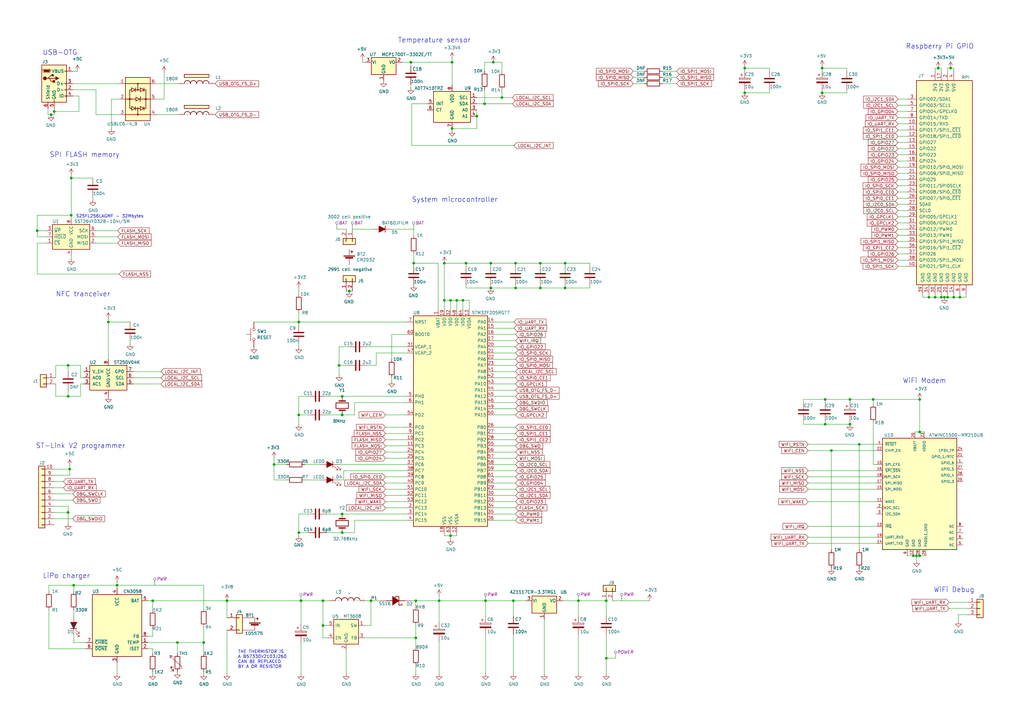
<source format=kicad_sch>
(kicad_sch (version 20230121) (generator eeschema)
  (paper "A3")
  (title_block (title "stm32_sbc_wifi") (rev "B") (company "SDL"))
  (junction (at 202.311 25.527))
  (junction (at 48.006 240.03))
  (junction (at 383.54 121.92))
  (junction (at 140.335 170.18))
  (junction (at 27.94 162.56))
  (junction (at 377.19 177.165))
  (junction (at 29.21 73.025))
  (junction (at 377.19 163.83))
  (junction (at 170.561 246.38))
  (junction (at 205.867 40.005))
  (junction (at 140.335 218.44))
  (junction (at 168.529 25.527))
  (junction (at 201.295 118.11))
  (junction (at 185.42 25.527))
  (junction (at 140.335 162.56))
  (junction (at 20.955 46.99))
  (junction (at 381 121.92))
  (junction (at 184.785 219.71))
  (junction (at 185.42 52.705))
  (junction (at 237.236 246.38))
  (junction (at 182.245 123.19))
  (junction (at 184.785 123.19))
  (junction (at 199.136 246.38))
  (junction (at 15.24 94.615))
  (junction (at 44.45 132.08))
  (junction (at 152.146 246.38))
  (junction (at 169.672 107.95))
  (junction (at 191.135 107.95))
  (junction (at 93.091 246.38))
  (junction (at 198.755 42.545))
  (junction (at 187.325 123.19))
  (junction (at 27.94 149.86))
  (junction (at 180.086 246.38))
  (junction (at 122.555 132.08))
  (junction (at 140.335 210.82))
  (junction (at 393.7 121.92))
  (junction (at 122.555 218.44))
  (junction (at 62.611 246.38))
  (junction (at 143.256 119.38))
  (junction (at 387.35 121.92))
  (junction (at 201.295 107.95))
  (junction (at 132.461 246.38))
  (junction (at 338.455 173.99))
  (junction (at 305.435 38.1))
  (junction (at 374.65 227.965))
  (junction (at 221.615 118.11))
  (junction (at 195.58 47.625))
  (junction (at 358.14 163.83))
  (junction (at 231.775 118.11))
  (junction (at 388.62 121.92))
  (junction (at 83.566 263.525))
  (junction (at 348.615 173.99))
  (junction (at 210.566 246.38))
  (junction (at 189.865 123.19))
  (junction (at 338.455 163.83))
  (junction (at 27.94 210.185))
  (junction (at 22.225 45.72))
  (junction (at 377.19 227.965))
  (junction (at 340.995 184.785))
  (junction (at 139.065 149.86))
  (junction (at 248.666 270.002))
  (junction (at 123.444 246.38))
  (junction (at 391.16 121.92))
  (junction (at 384.81 27.94))
  (junction (at 337.185 27.94))
  (junction (at 211.455 118.11))
  (junction (at 389.89 27.94))
  (junction (at 337.185 38.1))
  (junction (at 28.575 192.405))
  (junction (at 221.615 107.95))
  (junction (at 72.771 263.525))
  (junction (at 170.561 261.62))
  (junction (at 29.21 88.265))
  (junction (at 386.08 121.92))
  (junction (at 132.461 256.54))
  (junction (at 305.435 27.94))
  (junction (at 348.615 163.83))
  (junction (at 30.226 240.03))
  (junction (at 248.666 246.38))
  (junction (at 182.245 107.95))
  (junction (at 231.775 107.95))
  (junction (at 122.555 170.18))
  (junction (at 112.395 190.5))
  (junction (at 211.455 107.95))
  (junction (at 375.92 227.965))
  (junction (at 352.425 182.245))
  (wire (pts (xy 388.62 120.65) (xy 388.62 121.92)))
  (wire (pts (xy 126.365 170.18) (xy 122.555 170.18)))
  (wire (pts (xy 167.005 144.78) (xy 154.305 144.78)))
  (wire (pts (xy 202.565 167.64) (xy 211.455 167.64)))
  (wire (pts (xy 329.565 173.99) (xy 338.455 173.99)))
  (wire (pts (xy 368.3 78.74) (xy 372.11 78.74)))
  (wire (pts (xy 377.19 163.83) (xy 377.19 177.165)))
  (wire (pts (xy 139.065 196.85) (xy 140.97 196.85)))
  (wire (pts (xy 22.86 149.86) (xy 27.94 149.86)))
  (wire (pts (xy 27.94 162.56) (xy 27.94 160.02)))
  (wire (pts (xy 368.3 48.26) (xy 372.11 48.26)))
  (wire (pts (xy 117.475 190.5) (xy 112.395 190.5)))
  (wire (pts (xy 122.555 132.08) (xy 167.005 132.08)))
  (wire (pts (xy 381 121.92) (xy 378.46 121.92)))
  (wire (pts (xy 62.611 266.065) (xy 60.706 266.065)))
  (wire (pts (xy 72.771 263.525) (xy 72.771 267.97)))
  (wire (pts (xy 195.58 40.005) (xy 205.867 40.005)))
  (wire (pts (xy 201.295 107.95) (xy 211.455 107.95)))
  (wire (pts (xy 29.21 73.025) (xy 29.21 88.265)))
  (wire (pts (xy 29.21 71.755) (xy 29.21 73.025)))
  (wire (pts (xy 211.455 160.02) (xy 202.565 160.02)))
  (wire (pts (xy 221.615 118.11) (xy 221.615 116.84)))
  (wire (pts (xy 340.995 184.785) (xy 340.995 225.425)))
  (wire (pts (xy 126.365 162.56) (xy 122.555 162.56)))
  (wire (pts (xy 32.385 39.37) (xy 32.385 45.72)))
  (wire (pts (xy 383.54 27.94) (xy 384.81 27.94)))
  (wire (pts (xy 386.08 120.65) (xy 386.08 121.92)))
  (wire (pts (xy 241.935 118.11) (xy 241.935 116.84)))
  (wire (pts (xy 132.461 261.62) (xy 132.461 256.54)))
  (wire (pts (xy 28.575 191.135) (xy 28.575 192.405)))
  (wire (pts (xy 169.672 104.14) (xy 169.672 107.95)))
  (wire (pts (xy 145.415 218.44) (xy 145.415 213.36)))
  (wire (pts (xy 198.755 36.703) (xy 198.755 42.545)))
  (wire (pts (xy 139.065 190.5) (xy 167.005 190.5)))
  (wire (pts (xy 184.785 123.19) (xy 182.245 123.19)))
  (wire (pts (xy 192.405 123.19) (xy 192.405 127)))
  (wire (pts (xy 141.986 266.7) (xy 141.986 276.225)))
  (wire (pts (xy 231.775 107.95) (xy 241.935 107.95)))
  (wire (pts (xy 305.435 27.305) (xy 305.435 27.94)))
  (wire (pts (xy 145.415 165.1) (xy 167.005 165.1)))
  (wire (pts (xy 305.435 36.83) (xy 305.435 38.1)))
  (wire (pts (xy 158.115 203.2) (xy 167.005 203.2)))
  (wire (pts (xy 38.1 73.025) (xy 29.21 73.025)))
  (wire (pts (xy 154.305 149.86) (xy 150.495 149.86)))
  (wire (pts (xy 372.11 227.965) (xy 374.65 227.965)))
  (wire (pts (xy 329.565 165.1) (xy 329.565 163.83)))
  (wire (pts (xy 348.615 172.72) (xy 348.615 173.99)))
  (wire (pts (xy 141.986 119.38) (xy 143.256 119.38)))
  (wire (pts (xy 158.115 175.26) (xy 167.005 175.26)))
  (wire (pts (xy 202.565 182.88) (xy 211.455 182.88)))
  (wire (pts (xy 368.3 93.98) (xy 372.11 93.98)))
  (wire (pts (xy 358.14 173.355) (xy 358.14 190.5)))
  (wire (pts (xy 133.985 170.18) (xy 140.335 170.18)))
  (wire (pts (xy 158.115 180.34) (xy 167.005 180.34)))
  (wire (pts (xy 337.185 36.83) (xy 337.185 38.1)))
  (wire (pts (xy 168.529 25.527) (xy 185.42 25.527)))
  (wire (pts (xy 210.566 260.35) (xy 210.566 276.225)))
  (wire (pts (xy 145.415 170.18) (xy 145.415 165.1)))
  (wire (pts (xy 352.425 182.245) (xy 359.41 182.245)))
  (wire (pts (xy 358.14 190.5) (xy 359.41 190.5)))
  (wire (pts (xy 160.528 93.98) (xy 169.672 93.98)))
  (wire (pts (xy 202.565 193.04) (xy 211.455 193.04)))
  (wire (pts (xy 39.37 36.83) (xy 29.845 36.83)))
  (wire (pts (xy 170.561 273.05) (xy 170.561 276.225)))
  (wire (pts (xy 202.565 213.36) (xy 211.455 213.36)))
  (wire (pts (xy 202.565 154.94) (xy 211.455 154.94)))
  (wire (pts (xy 182.245 127) (xy 182.245 123.19)))
  (wire (pts (xy 205.867 36.957) (xy 205.867 40.005)))
  (wire (pts (xy 211.455 180.34) (xy 202.565 180.34)))
  (wire (pts (xy 179.705 107.95) (xy 179.705 127)))
  (wire (pts (xy 241.935 109.22) (xy 241.935 107.95)))
  (wire (pts (xy 221.615 109.22) (xy 221.615 107.95)))
  (wire (pts (xy 352.425 182.245) (xy 352.425 225.425)))
  (wire (pts (xy 388.62 27.94) (xy 388.62 29.21)))
  (wire (pts (xy 368.3 58.42) (xy 372.11 58.42)))
  (wire (pts (xy 386.08 121.92) (xy 383.54 121.92)))
  (wire (pts (xy 259.715 29.21) (xy 264.16 29.21)))
  (wire (pts (xy 38.1 80.645) (xy 38.1 81.915)))
  (wire (pts (xy 396.24 120.65) (xy 396.24 121.92)))
  (wire (pts (xy 20.955 46.99) (xy 19.685 46.99)))
  (wire (pts (xy 359.41 220.345) (xy 331.47 220.345)))
  (wire (pts (xy 169.672 93.98) (xy 169.672 96.52)))
  (wire (pts (xy 368.3 66.04) (xy 372.11 66.04)))
  (wire (pts (xy 396.24 121.92) (xy 393.7 121.92)))
  (wire (pts (xy 33.02 157.48) (xy 34.29 157.48)))
  (wire (pts (xy 143.256 119.38) (xy 144.526 119.38)))
  (wire (pts (xy 211.455 107.95) (xy 211.455 109.22)))
  (wire (pts (xy 160.655 147.32) (xy 160.655 137.16)))
  (wire (pts (xy 122.555 118.11) (xy 122.555 120.65)))
  (wire (pts (xy 221.615 107.95) (xy 231.775 107.95)))
  (wire (pts (xy 22.86 149.86) (xy 22.86 154.94)))
  (wire (pts (xy 368.3 60.96) (xy 372.11 60.96)))
  (wire (pts (xy 191.135 109.22) (xy 191.135 107.95)))
  (wire (pts (xy 19.685 46.99) (xy 19.685 44.45)))
  (wire (pts (xy 83.566 257.175) (xy 83.566 263.525)))
  (wire (pts (xy 348.615 173.99) (xy 338.455 173.99)))
  (wire (pts (xy 132.461 256.54) (xy 132.461 246.38)))
  (wire (pts (xy 27.94 210.185) (xy 27.94 214.63)))
  (wire (pts (xy 112.395 196.85) (xy 117.475 196.85)))
  (wire (pts (xy 48.895 34.29) (xy 29.845 34.29)))
  (wire (pts (xy 248.666 260.35) (xy 248.666 270.002)))
  (wire (pts (xy 271.78 29.21) (xy 277.495 29.21)))
  (wire (pts (xy 383.54 121.92) (xy 381 121.92)))
  (wire (pts (xy 29.845 202.565) (xy 22.225 202.565)))
  (wire (pts (xy 145.415 213.36) (xy 167.005 213.36)))
  (wire (pts (xy 152.146 256.54) (xy 152.146 246.38)))
  (wire (pts (xy 30.226 263.525) (xy 30.226 260.35)))
  (wire (pts (xy 189.865 123.19) (xy 192.405 123.19)))
  (wire (pts (xy 131.445 190.5) (xy 125.095 190.5)))
  (wire (pts (xy 368.3 50.8) (xy 372.11 50.8)))
  (wire (pts (xy 396.875 247.015) (xy 389.255 247.015)))
  (wire (pts (xy 368.3 40.64) (xy 372.11 40.64)))
  (wire (pts (xy 384.81 27.94) (xy 386.08 27.94)))
  (wire (pts (xy 83.566 275.59) (xy 83.566 276.225)))
  (wire (pts (xy 140.335 162.56) (xy 167.005 162.56)))
  (wire (pts (xy 28.575 194.945) (xy 22.225 194.945)))
  (wire (pts (xy 184.785 219.71) (xy 184.785 220.98)))
  (wire (pts (xy 205.867 29.337) (xy 205.867 25.527)))
  (wire (pts (xy 168.91 42.545) (xy 175.26 42.545)))
  (wire (pts (xy 140.335 162.56) (xy 133.985 162.56)))
  (wire (pts (xy 215.646 246.38) (xy 210.566 246.38)))
  (wire (pts (xy 180.086 246.38) (xy 170.561 246.38)))
  (wire (pts (xy 211.455 142.24) (xy 202.565 142.24)))
  (wire (pts (xy 202.565 152.4) (xy 211.455 152.4)))
  (wire (pts (xy 347.345 29.21) (xy 347.345 27.94)))
  (wire (pts (xy 331.47 205.74) (xy 359.41 205.74)))
  (wire (pts (xy 67.31 29.845) (xy 67.31 40.64)))
  (wire (pts (xy 15.24 94.615) (xy 19.05 94.615)))
  (wire (pts (xy 168.529 25.527) (xy 168.529 27.051)))
  (wire (pts (xy 93.091 246.38) (xy 123.444 246.38)))
  (wire (pts (xy 126.365 210.82) (xy 122.555 210.82)))
  (wire (pts (xy 184.785 127) (xy 184.785 123.19)))
  (wire (pts (xy 149.606 256.54) (xy 152.146 256.54)))
  (wire (pts (xy 184.785 123.19) (xy 187.325 123.19)))
  (wire (pts (xy 315.595 29.21) (xy 315.595 27.94)))
  (wire (pts (xy 15.24 88.265) (xy 29.21 88.265)))
  (wire (pts (xy 187.325 218.44) (xy 187.325 219.71)))
  (wire (pts (xy 337.185 27.94) (xy 337.185 29.21)))
  (wire (pts (xy 133.985 218.44) (xy 140.335 218.44)))
  (wire (pts (xy 368.3 104.14) (xy 372.11 104.14)))
  (wire (pts (xy 331.47 200.66) (xy 359.41 200.66)))
  (wire (pts (xy 348.615 163.83) (xy 358.14 163.83)))
  (wire (pts (xy 22.225 207.645) (xy 27.94 207.645)))
  (wire (pts (xy 195.58 52.705) (xy 185.42 52.705)))
  (wire (pts (xy 122.555 128.27) (xy 122.555 132.08)))
  (wire (pts (xy 170.561 246.38) (xy 170.561 248.92)))
  (wire (pts (xy 22.225 44.45) (xy 22.225 45.72)))
  (wire (pts (xy 331.47 184.785) (xy 340.995 184.785)))
  (wire (pts (xy 393.065 254.635) (xy 393.065 252.095)))
  (wire (pts (xy 22.86 157.48) (xy 22.86 162.56)))
  (wire (pts (xy 60.706 260.985) (xy 62.611 260.985)))
  (wire (pts (xy 237.236 246.38) (xy 248.666 246.38)))
  (wire (pts (xy 140.335 218.44) (xy 145.415 218.44)))
  (wire (pts (xy 48.006 240.03) (xy 48.006 238.76)))
  (wire (pts (xy 202.565 144.78) (xy 211.455 144.78)))
  (wire (pts (xy 29.845 39.37) (xy 32.385 39.37)))
  (wire (pts (xy 315.595 38.1) (xy 305.435 38.1)))
  (wire (pts (xy 158.115 198.12) (xy 167.005 198.12)))
  (wire (pts (xy 202.565 210.82) (xy 211.455 210.82)))
  (wire (pts (xy 391.16 27.94) (xy 389.89 27.94)))
  (wire (pts (xy 340.995 184.785) (xy 359.41 184.785)))
  (wire (pts (xy 211.455 107.95) (xy 221.615 107.95)))
  (wire (pts (xy 122.555 218.44) (xy 122.555 219.71)))
  (wire (pts (xy 195.58 47.625) (xy 195.58 52.705)))
  (wire (pts (xy 66.04 154.94) (xy 54.61 154.94)))
  (wire (pts (xy 20.066 240.03) (xy 20.066 242.57)))
  (wire (pts (xy 389.255 249.555) (xy 396.875 249.555)))
  (wire (pts (xy 170.561 256.54) (xy 170.561 261.62)))
  (wire (pts (xy 237.236 246.38) (xy 237.236 252.73)))
  (wire (pts (xy 131.445 196.85) (xy 125.095 196.85)))
  (wire (pts (xy 337.185 27.305) (xy 337.185 27.94)))
  (wire (pts (xy 158.115 185.42) (xy 167.005 185.42)))
  (wire (pts (xy 28.575 192.405) (xy 28.575 194.945)))
  (wire (pts (xy 389.89 27.94) (xy 388.62 27.94)))
  (wire (pts (xy 139.065 142.24) (xy 139.065 149.86)))
  (wire (pts (xy 259.715 34.29) (xy 264.16 34.29)))
  (wire (pts (xy 368.3 53.34) (xy 372.11 53.34)))
  (wire (pts (xy 368.3 96.52) (xy 372.11 96.52)))
  (wire (pts (xy 198.755 29.083) (xy 198.755 25.527)))
  (wire (pts (xy 60.706 246.38) (xy 62.611 246.38)))
  (wire (pts (xy 30.226 250.19) (xy 30.226 252.73)))
  (wire (pts (xy 202.565 187.96) (xy 211.455 187.96)))
  (wire (pts (xy 202.565 203.2) (xy 211.455 203.2)))
  (wire (pts (xy 368.3 73.66) (xy 372.11 73.66)))
  (wire (pts (xy 158.115 187.96) (xy 167.005 187.96)))
  (wire (pts (xy 158.115 205.74) (xy 167.005 205.74)))
  (wire (pts (xy 368.3 71.12) (xy 372.11 71.12)))
  (wire (pts (xy 66.04 152.4) (xy 54.61 152.4)))
  (wire (pts (xy 191.135 116.84) (xy 191.135 118.11)))
  (wire (pts (xy 35.306 266.065) (xy 20.066 266.065)))
  (wire (pts (xy 381 120.65) (xy 381 121.92)))
  (wire (pts (xy 148.717 24.511) (xy 148.717 25.527)))
  (wire (pts (xy 123.444 246.38) (xy 132.461 246.38)))
  (wire (pts (xy 26.035 200.025) (xy 22.225 200.025)))
  (wire (pts (xy 169.672 107.95) (xy 169.672 109.22)))
  (wire (pts (xy 201.295 109.22) (xy 201.295 107.95)))
  (wire (pts (xy 180.086 244.475) (xy 180.086 246.38)))
  (wire (pts (xy 44.45 132.08) (xy 44.45 147.32)))
  (wire (pts (xy 134.366 256.54) (xy 132.461 256.54)))
  (wire (pts (xy 39.37 97.155) (xy 48.26 97.155)))
  (wire (pts (xy 195.58 42.545) (xy 198.755 42.545)))
  (wire (pts (xy 112.395 190.5) (xy 112.395 196.85)))
  (wire (pts (xy 393.7 120.65) (xy 393.7 121.92)))
  (wire (pts (xy 248.666 270.002) (xy 252.476 270.002)))
  (wire (pts (xy 184.785 218.44) (xy 184.785 219.71)))
  (wire (pts (xy 15.24 99.695) (xy 15.24 112.395)))
  (wire (pts (xy 182.245 107.95) (xy 182.245 123.19)))
  (wire (pts (xy 140.335 170.18) (xy 145.415 170.18)))
  (wire (pts (xy 93.091 258.445) (xy 93.091 276.225)))
  (wire (pts (xy 138.176 93.98) (xy 141.986 93.98)))
  (wire (pts (xy 199.136 246.38) (xy 210.566 246.38)))
  (wire (pts (xy 237.236 260.35) (xy 237.236 276.225)))
  (wire (pts (xy 202.565 175.26) (xy 211.455 175.26)))
  (wire (pts (xy 44.45 130.81) (xy 44.45 132.08)))
  (wire (pts (xy 195.58 45.085) (xy 195.58 47.625)))
  (wire (pts (xy 271.78 34.29) (xy 277.495 34.29)))
  (wire (pts (xy 331.47 222.885) (xy 359.41 222.885)))
  (wire (pts (xy 164.973 25.527) (xy 168.529 25.527)))
  (wire (pts (xy 27.94 210.185) (xy 22.225 210.185)))
  (wire (pts (xy 167.005 137.16) (xy 160.655 137.16)))
  (wire (pts (xy 15.24 97.155) (xy 15.24 94.615)))
  (wire (pts (xy 189.865 127) (xy 189.865 123.19)))
  (wire (pts (xy 368.3 43.18) (xy 372.11 43.18)))
  (wire (pts (xy 62.611 266.065) (xy 62.611 267.97)))
  (wire (pts (xy 169.545 107.95) (xy 169.672 107.95)))
  (wire (pts (xy 148.717 25.527) (xy 149.733 25.527)))
  (wire (pts (xy 359.41 215.9) (xy 331.47 215.9)))
  (wire (pts (xy 158.115 177.8) (xy 167.005 177.8)))
  (wire (pts (xy 368.3 88.9) (xy 372.11 88.9)))
  (wire (pts (xy 198.755 25.527) (xy 202.311 25.527)))
  (wire (pts (xy 393.065 252.095) (xy 396.875 252.095)))
  (wire (pts (xy 348.615 163.83) (xy 338.455 163.83)))
  (wire (pts (xy 180.086 246.38) (xy 199.136 246.38)))
  (wire (pts (xy 331.47 195.58) (xy 359.41 195.58)))
  (wire (pts (xy 83.566 249.555) (xy 83.566 240.03)))
  (wire (pts (xy 20.066 240.03) (xy 30.226 240.03)))
  (wire (pts (xy 32.385 45.72) (xy 22.225 45.72)))
  (wire (pts (xy 140.97 193.04) (xy 167.005 193.04)))
  (wire (pts (xy 104.14 132.08) (xy 122.555 132.08)))
  (wire (pts (xy 191.135 118.11) (xy 201.295 118.11)))
  (wire (pts (xy 53.34 132.08) (xy 44.45 132.08)))
  (wire (pts (xy 39.37 36.83) (xy 39.37 46.99)))
  (wire (pts (xy 348.615 163.83) (xy 348.615 165.1)))
  (wire (pts (xy 221.615 118.11) (xy 211.455 118.11)))
  (wire (pts (xy 140.97 196.85) (xy 140.97 193.04)))
  (wire (pts (xy 158.115 200.66) (xy 167.005 200.66)))
  (wire (pts (xy 142.875 142.24) (xy 139.065 142.24)))
  (wire (pts (xy 368.3 86.36) (xy 372.11 86.36)))
  (wire (pts (xy 126.365 218.44) (xy 122.555 218.44)))
  (wire (pts (xy 27.94 207.645) (xy 27.94 210.185)))
  (wire (pts (xy 201.295 118.11) (xy 201.295 116.84)))
  (wire (pts (xy 48.895 40.64) (xy 45.72 40.64)))
  (wire (pts (xy 72.771 263.525) (xy 83.566 263.525)))
  (wire (pts (xy 210.566 252.73) (xy 210.566 246.38)))
  (wire (pts (xy 134.366 261.62) (xy 132.461 261.62)))
  (wire (pts (xy 202.565 149.86) (xy 211.455 149.86)))
  (wire (pts (xy 158.115 208.28) (xy 167.005 208.28)))
  (wire (pts (xy 368.3 101.6) (xy 372.11 101.6)))
  (wire (pts (xy 22.225 45.72) (xy 22.225 46.99)))
  (wire (pts (xy 329.565 172.72) (xy 329.565 173.99)))
  (wire (pts (xy 251.206 246.38) (xy 266.446 246.38)))
  (wire (pts (xy 388.62 121.92) (xy 387.35 121.92)))
  (wire (pts (xy 391.16 120.65) (xy 391.16 121.92)))
  (wire (pts (xy 378.46 121.92) (xy 378.46 120.65)))
  (wire (pts (xy 168.91 42.545) (xy 168.91 59.69)))
  (wire (pts (xy 62.611 246.38) (xy 93.091 246.38)))
  (wire (pts (xy 132.461 246.38) (xy 135.001 246.38)))
  (wire (pts (xy 368.3 76.2) (xy 372.11 76.2)))
  (wire (pts (xy 368.3 45.72) (xy 372.11 45.72)))
  (wire (pts (xy 368.3 55.88) (xy 372.11 55.88)))
  (wire (pts (xy 150.241 246.38) (xy 152.146 246.38)))
  (wire (pts (xy 199.136 260.35) (xy 199.136 276.225)))
  (wire (pts (xy 205.867 40.005) (xy 210.185 40.005)))
  (wire (pts (xy 305.435 27.94) (xy 315.595 27.94)))
  (wire (pts (xy 259.715 31.75) (xy 264.16 31.75)))
  (wire (pts (xy 211.455 208.28) (xy 202.565 208.28)))
  (wire (pts (xy 202.565 137.16) (xy 211.455 137.16)))
  (wire (pts (xy 182.245 107.95) (xy 191.135 107.95)))
  (wire (pts (xy 33.02 149.86) (xy 27.94 149.86)))
  (wire (pts (xy 202.565 170.18) (xy 211.455 170.18)))
  (wire (pts (xy 271.78 31.75) (xy 277.495 31.75)))
  (wire (pts (xy 393.7 121.92) (xy 391.16 121.92)))
  (wire (pts (xy 368.3 83.82) (xy 372.11 83.82)))
  (wire (pts (xy 54.61 157.48) (xy 66.04 157.48)))
  (wire (pts (xy 202.311 25.527) (xy 205.867 25.527)))
  (wire (pts (xy 168.91 59.69) (xy 210.82 59.69)))
  (wire (pts (xy 139.065 149.86) (xy 139.065 153.67)))
  (wire (pts (xy 15.24 112.395) (xy 48.895 112.395)))
  (wire (pts (xy 182.245 219.71) (xy 182.245 218.44)))
  (wire (pts (xy 331.47 182.245) (xy 352.425 182.245)))
  (wire (pts (xy 39.37 46.99) (xy 48.895 46.99)))
  (wire (pts (xy 140.335 210.82) (xy 133.985 210.82)))
  (wire (pts (xy 29.845 212.725) (xy 22.225 212.725)))
  (wire (pts (xy 211.455 205.74) (xy 202.565 205.74)))
  (wire (pts (xy 387.35 121.92) (xy 386.08 121.92)))
  (wire (pts (xy 48.26 94.615) (xy 39.37 94.615)))
  (wire (pts (xy 158.115 195.58) (xy 167.005 195.58)))
  (wire (pts (xy 112.395 187.96) (xy 112.395 190.5)))
  (wire (pts (xy 191.135 107.95) (xy 201.295 107.95)))
  (wire (pts (xy 33.02 154.94) (xy 33.02 149.86)))
  (wire (pts (xy 202.565 132.08) (xy 210.82 132.08)))
  (wire (pts (xy 358.14 163.83) (xy 358.14 165.735)))
  (wire (pts (xy 93.091 253.365) (xy 93.091 246.38)))
  (wire (pts (xy 158.115 170.18) (xy 167.005 170.18)))
  (wire (pts (xy 377.19 177.165) (xy 379.095 177.165)))
  (wire (pts (xy 231.775 118.11) (xy 241.935 118.11)))
  (wire (pts (xy 202.565 195.58) (xy 211.455 195.58)))
  (wire (pts (xy 368.3 109.22) (xy 372.11 109.22)))
  (wire (pts (xy 31.75 29.21) (xy 29.845 29.21)))
  (wire (pts (xy 187.325 219.71) (xy 184.785 219.71)))
  (wire (pts (xy 62.611 275.59) (xy 62.611 276.225)))
  (wire (pts (xy 202.565 177.8) (xy 211.455 177.8)))
  (wire (pts (xy 122.555 140.97) (xy 122.555 142.24)))
  (wire (pts (xy 185.42 25.527) (xy 185.42 34.925)))
  (wire (pts (xy 122.555 210.82) (xy 122.555 218.44)))
  (wire (pts (xy 122.555 170.18) (xy 122.555 173.99)))
  (wire (pts (xy 27.94 162.56) (xy 22.86 162.56)))
  (wire (pts (xy 144.526 93.98) (xy 152.908 93.98)))
  (wire (pts (xy 149.606 261.62) (xy 170.561 261.62)))
  (wire (pts (xy 122.555 162.56) (xy 122.555 170.18)))
  (wire (pts (xy 169.672 107.95) (xy 179.705 107.95)))
  (wire (pts (xy 140.335 210.82) (xy 167.005 210.82)))
  (wire (pts (xy 39.37 99.695) (xy 48.26 99.695)))
  (wire (pts (xy 167.005 142.24) (xy 150.495 142.24)))
  (wire (pts (xy 123.444 263.652) (xy 123.444 276.352)))
  (wire (pts (xy 154.305 144.78) (xy 154.305 149.86)))
  (wire (pts (xy 248.666 270.002) (xy 248.666 276.225)))
  (wire (pts (xy 337.185 27.94) (xy 347.345 27.94)))
  (wire (pts (xy 358.14 163.83) (xy 377.19 163.83)))
  (wire (pts (xy 211.455 139.7) (xy 202.565 139.7)))
  (wire (pts (xy 34.29 154.94) (xy 33.02 154.94)))
  (wire (pts (xy 223.266 254) (xy 223.266 276.225)))
  (wire (pts (xy 83.566 263.525) (xy 83.566 267.97)))
  (wire (pts (xy 60.706 263.525) (xy 72.771 263.525)))
  (wire (pts (xy 383.54 29.21) (xy 383.54 27.94)))
  (wire (pts (xy 187.325 123.19) (xy 189.865 123.19)))
  (wire (pts (xy 20.066 250.19) (xy 20.066 266.065)))
  (wire (pts (xy 168.529 34.671) (xy 168.529 35.941)))
  (wire (pts (xy 315.595 38.1) (xy 315.595 36.83)))
  (wire (pts (xy 170.561 261.62) (xy 170.561 265.43)))
  (wire (pts (xy 230.886 246.38) (xy 237.236 246.38)))
  (wire (pts (xy 62.611 257.81) (xy 62.611 260.985)))
  (wire (pts (xy 202.565 200.66) (xy 211.455 200.66)))
  (wire (pts (xy 202.565 185.42) (xy 211.455 185.42)))
  (wire (pts (xy 305.435 27.94) (xy 305.435 29.21)))
  (wire (pts (xy 375.285 177.165) (xy 377.19 177.165)))
  (wire (pts (xy 347.345 38.1) (xy 337.185 38.1)))
  (wire (pts (xy 331.47 198.12) (xy 359.41 198.12)))
  (wire (pts (xy 83.566 240.03) (xy 48.006 240.03)))
  (wire (pts (xy 22.225 205.105) (xy 29.845 205.105)))
  (wire (pts (xy 22.225 46.99) (xy 20.955 46.99)))
  (wire (pts (xy 211.455 162.56) (xy 202.565 162.56)))
  (wire (pts (xy 231.775 118.11) (xy 221.615 118.11)))
  (wire (pts (xy 29.21 88.265) (xy 29.21 89.535)))
  (wire (pts (xy 211.455 190.5) (xy 202.565 190.5)))
  (wire (pts (xy 329.565 163.83) (xy 338.455 163.83)))
  (wire (pts (xy 338.455 165.1) (xy 338.455 163.83)))
  (wire (pts (xy 30.226 240.03) (xy 48.006 240.03)))
  (wire (pts (xy 338.455 173.99) (xy 338.455 172.72)))
  (wire (pts (xy 180.086 262.89) (xy 180.086 276.225)))
  (wire (pts (xy 15.24 94.615) (xy 15.24 88.265)))
  (wire (pts (xy 391.16 29.21) (xy 391.16 27.94)))
  (wire (pts (xy 331.47 193.04) (xy 359.41 193.04)))
  (wire (pts (xy 45.72 40.64) (xy 45.72 52.705)))
  (wire (pts (xy 375.92 229.87) (xy 375.92 227.965)))
  (wire (pts (xy 383.54 120.65) (xy 383.54 121.92)))
  (wire (pts (xy 53.34 139.7) (xy 53.34 140.97)))
  (wire (pts (xy 33.02 157.48) (xy 33.02 162.56)))
  (wire (pts (xy 170.561 246.38) (xy 168.656 246.38)))
  (wire (pts (xy 368.3 63.5) (xy 372.11 63.5)))
  (wire (pts (xy 73.025 34.29) (xy 64.135 34.29)))
  (wire (pts (xy 347.345 38.1) (xy 347.345 36.83)))
  (wire (pts (xy 160.655 154.94) (xy 160.655 156.21)))
  (wire (pts (xy 48.006 276.225) (xy 48.006 271.78)))
  (wire (pts (xy 185.42 52.705) (xy 185.42 53.34)))
  (wire (pts (xy 185.42 24.13) (xy 185.42 25.527)))
  (wire (pts (xy 187.325 127) (xy 187.325 123.19)))
  (wire (pts (xy 180.086 255.27) (xy 180.086 246.38)))
  (wire (pts (xy 374.65 227.965) (xy 375.92 227.965)))
  (wire (pts (xy 33.02 162.56) (xy 27.94 162.56)))
  (wire (pts (xy 64.135 46.99) (xy 73.025 46.99)))
  (wire (pts (xy 48.006 240.03) (xy 48.006 241.3)))
  (wire (pts (xy 375.92 227.965) (xy 377.19 227.965)))
  (wire (pts (xy 30.226 263.525) (xy 35.306 263.525)))
  (wire (pts (xy 202.565 147.32) (xy 211.455 147.32)))
  (wire (pts (xy 211.455 118.11) (xy 201.295 118.11)))
  (wire (pts (xy 202.565 157.48) (xy 211.455 157.48)))
  (wire (pts (xy 29.21 104.775) (xy 29.21 106.045)))
  (wire (pts (xy 368.3 68.58) (xy 372.11 68.58)))
  (wire (pts (xy 377.19 227.965) (xy 379.73 227.965)))
  (wire (pts (xy 142.875 149.86) (xy 139.065 149.86)))
  (wire (pts (xy 368.3 106.68) (xy 372.11 106.68)))
  (wire (pts (xy 199.136 252.73) (xy 199.136 246.38)))
  (wire (pts (xy 152.146 246.38) (xy 155.956 246.38)))
  (wire (pts (xy 231.775 107.95) (xy 231.775 109.22)))
  (wire (pts (xy 231.775 116.84) (xy 231.775 118.11)))
  (wire (pts (xy 26.035 197.485) (xy 22.225 197.485)))
  (wire (pts (xy 248.666 246.38) (xy 248.666 252.73)))
  (wire (pts (xy 30.226 242.57) (xy 30.226 240.03)))
  (wire (pts (xy 391.16 121.92) (xy 388.62 121.92)))
  (wire (pts (xy 368.3 81.28) (xy 372.11 81.28)))
  (wire (pts (xy 167.005 182.88) (xy 158.115 182.88)))
  (wire (pts (xy 386.08 27.94) (xy 386.08 29.21)))
  (wire (pts (xy 184.785 219.71) (xy 182.245 219.71)))
  (wire (pts (xy 368.3 91.44) (xy 372.11 91.44)))
  (wire (pts (xy 211.455 116.84) (xy 211.455 118.11)))
  (wire (pts (xy 15.24 99.695) (xy 19.05 99.695)))
  (wire (pts (xy 123.444 246.38) (xy 123.444 256.032)))
  (wire (pts (xy 210.82 134.62) (xy 202.565 134.62)))
  (wire (pts (xy 67.31 40.64) (xy 64.135 40.64)))
  (wire (pts (xy 28.575 192.405) (xy 22.225 192.405)))
  (wire (pts (xy 27.94 149.86) (xy 27.94 152.4)))
  (wire (pts (xy 211.455 165.1) (xy 202.565 165.1)))
  (wire (pts (xy 202.565 198.12) (xy 211.455 198.12)))
  (wire (pts (xy 122.555 132.08) (xy 122.555 133.35)))
  (wire (pts (xy 62.611 246.38) (xy 62.611 250.19)))
  (wire (pts (xy 198.755 42.545) (xy 210.185 42.545)))
  (wire (pts (xy 368.3 99.06) (xy 372.11 99.06)))
  (wire (pts (xy 19.05 97.155) (xy 15.24 97.155)))
  (text "LiPo charger" (at 17.526 237.49 0) (effects (font (size 2 2)) (justify left bottom)))
  (text "Raspberry Pi GPIO\n" (at 371.475 20.32 0) (effects (font (size 2 2)) (justify left bottom)))
  (text "SPI FLASH memory" (at 20.32 64.77 0) (effects (font (size 2 2)) (justify left bottom)))
  (text "WiFi Debug\n" (at 382.905 243.205 0) (effects (font (size 2 2)) (justify left bottom)))
  (text "S25FL256LAGMF - 32Mbytes" (at 31.115 89.535 0) (effects (font (size 1.27 1.27)) (justify left bottom)))
  (text "THE THERMISTOR IS \nA B57330V2103J260\nCAN BE REPLACED \nBY A 0R RESISTOR" (at 97.536 274.32 0) (effects (font (size 1.27 1.27)) (justify left bottom)))
  (text "NFC tranceiver" (at 22.86 121.92 0) (effects (font (size 2 2)) (justify left bottom)))
  (text "USB-OTG\n" (at 31.75 22.86 0) (effects (font (size 2 2)) (justify right bottom)))
  (text "System microcontroller" (at 168.91 83.185 0) (effects (font (size 2 2)) (justify left bottom)))
  (text "WiFi Modem" (at 370.205 157.48 0) (effects (font (size 2 2)) (justify left bottom)))
  (text "ST-Link V2 programmer" (at 51.435 184.15 0) (effects (font (size 2 2)) (justify right bottom)))
  (text "Temperature sensor\n" (at 163.195 17.78 0) (effects (font (size 2 2)) (justify left bottom)))
  (label "P1" (at 152.146 246.38 0))
  (global_label "IO_PWM0" (shape input) (at 211.455 210.82 0) (property "Intersheetrefs" "${INTERSHEET_REFS}" (effects hide)))
  (global_label "WIFI_NSS" (shape input) (at 331.47 193.04 180) (property "Intersheetrefs" "${INTERSHEET_REFS}" (effects hide)))
  (global_label "WIFI_NSS" (shape input) (at 211.455 185.42 0) (property "Intersheetrefs" "${INTERSHEET_REFS}" (effects hide)))
  (global_label "FLASH_SCK" (shape input) (at 211.455 208.28 0) (property "Intersheetrefs" "${INTERSHEET_REFS}" (effects hide)))
  (global_label "IO_SPI1_CE1" (shape input) (at 368.3 53.34 180) (property "Intersheetrefs" "${INTERSHEET_REFS}" (effects hide)))
  (global_label "IO_GPIO25" (shape input) (at 211.455 195.58 0) (property "Intersheetrefs" "${INTERSHEET_REFS}" (effects hide)))
  (global_label "IO_GPCLK1" (shape input) (at 368.3 88.9 180) (property "Intersheetrefs" "${INTERSHEET_REFS}" (effects hide)))
  (global_label "DBG_SWO" (shape input) (at 29.845 205.105 0) (property "Intersheetrefs" "${INTERSHEET_REFS}" (effects hide)))
  (global_label "WIFI_WAKE" (shape input) (at 158.115 205.74 180) (property "Intersheetrefs" "${INTERSHEET_REFS}" (effects hide)))
  (global_label "IO_SPI1_MOSI" (shape input) (at 277.495 29.21 0) (property "Intersheetrefs" "${INTERSHEET_REFS}" (effects hide)))
  (global_label "IO_SPI0_SCK" (shape input) (at 368.3 76.2 180) (property "Intersheetrefs" "${INTERSHEET_REFS}" (effects hide)))
  (global_label "IO_I2C0_SCL" (shape input) (at 211.455 190.5 0) (property "Intersheetrefs" "${INTERSHEET_REFS}" (effects hide)))
  (global_label "WIFI_SCK" (shape input) (at 158.115 200.66 180) (property "Intersheetrefs" "${INTERSHEET_REFS}" (effects hide)))
  (global_label "FLASH_NSS" (shape input) (at 48.895 112.395 0) (property "Intersheetrefs" "${INTERSHEET_REFS}" (effects hide)))
  (global_label "WIFI_UART_RX" (shape input) (at 331.47 220.345 180) (property "Intersheetrefs" "${INTERSHEET_REFS}" (effects hide)))
  (global_label "LOCAL_I2C_SCL" (shape input) (at 66.04 154.94 0) (property "Intersheetrefs" "${INTERSHEET_REFS}" (effects hide)))
  (global_label "IO_GPIO04" (shape input) (at 368.3 45.72 180) (property "Intersheetrefs" "${INTERSHEET_REFS}" (effects hide)))
  (global_label "IO_PWM1" (shape input) (at 211.455 213.36 0) (property "Intersheetrefs" "${INTERSHEET_REFS}" (effects hide)))
  (global_label "WIFI_UART_RX" (shape input) (at 389.255 247.015 180) (property "Intersheetrefs" "${INTERSHEET_REFS}" (effects hide)))
  (global_label "IO_SPI1_MISO" (shape input) (at 368.3 99.06 180) (property "Intersheetrefs" "${INTERSHEET_REFS}" (effects hide)))
  (global_label "DBG_SWO" (shape input) (at 211.455 182.88 0) (property "Intersheetrefs" "${INTERSHEET_REFS}" (effects hide)))
  (global_label "IO_UART_RX" (shape input) (at 210.82 134.62 0) (property "Intersheetrefs" "${INTERSHEET_REFS}" (effects hide)))
  (global_label "WIFI_CEN" (shape input) (at 331.47 184.785 180) (property "Intersheetrefs" "${INTERSHEET_REFS}" (effects hide)))
  (global_label "IO_GPIO24" (shape input) (at 158.115 187.96 180) (property "Intersheetrefs" "${INTERSHEET_REFS}" (effects hide)))
  (global_label "LOCAL_I2C_INT" (shape input) (at 66.04 152.4 0) (property "Intersheetrefs" "${INTERSHEET_REFS}" (effects hide)))
  (global_label "LOCAL_I2C_SDA" (shape input) (at 158.115 198.12 180) (property "Intersheetrefs" "${INTERSHEET_REFS}" (effects hide)))
  (global_label "IO_SPI0_MOSI" (shape input) (at 211.455 149.86 0) (property "Intersheetrefs" "${INTERSHEET_REFS}" (effects hide)))
  (global_label "IO_SPI0_CE1" (shape input) (at 211.455 154.94 0) (property "Intersheetrefs" "${INTERSHEET_REFS}" (effects hide)))
  (global_label "WIFI_RSTN" (shape input) (at 331.47 182.245 180) (property "Intersheetrefs" "${INTERSHEET_REFS}" (effects hide)))
  (global_label "WIFI_UART_TX" (shape input) (at 331.47 222.885 180) (property "Intersheetrefs" "${INTERSHEET_REFS}" (effects hide)))
  (global_label "USB_OTG_FS_D-" (shape input) (at 211.455 160.02 0) (property "Intersheetrefs" "${INTERSHEET_REFS}" (effects hide)))
  (global_label "WIFI_UART_TX" (shape input) (at 389.255 249.555 180) (property "Intersheetrefs" "${INTERSHEET_REFS}" (effects hide)))
  (global_label "IO_SPI0_MISO" (shape input) (at 211.455 147.32 0) (property "Intersheetrefs" "${INTERSHEET_REFS}" (effects hide)))
  (global_label "WIFI_MOSI" (shape input) (at 331.47 200.66 180) (property "Intersheetrefs" "${INTERSHEET_REFS}" (effects hide)))
  (global_label "IO_GPIO22" (shape input) (at 368.3 60.96 180) (property "Intersheetrefs" "${INTERSHEET_REFS}" (effects hide)))
  (global_label "IO_SPI0_SCK" (shape input) (at 211.455 144.78 0) (property "Intersheetrefs" "${INTERSHEET_REFS}" (effects hide)))
  (global_label "WIFI_MISO" (shape input) (at 331.47 198.12 180) (property "Intersheetrefs" "${INTERSHEET_REFS}" (effects hide)))
  (global_label "LOCAL_I2C_INT" (shape input) (at 158.115 208.28 180) (property "Intersheetrefs" "${INTERSHEET_REFS}" (effects hide)))
  (global_label "IO_SPI0_CE0" (shape input) (at 158.115 195.58 180) (property "Intersheetrefs" "${INTERSHEET_REFS}" (effects hide)))
  (global_label "FLASH_NSS" (shape input) (at 158.115 177.8 180) (property "Intersheetrefs" "${INTERSHEET_REFS}" (effects hide)))
  (global_label "IO_PWM1" (shape input) (at 368.3 96.52 180) (property "Intersheetrefs" "${INTERSHEET_REFS}" (effects hide)))
  (global_label "IO_GPCLK2" (shape input) (at 368.3 91.44 180) (property "Intersheetrefs" "${INTERSHEET_REFS}" (effects hide)))
  (global_label "IO_SPI1_CE2" (shape input) (at 368.3 101.6 180) (property "Intersheetrefs" "${INTERSHEET_REFS}" (effects hide)))
  (global_label "IO_I2C1_SDA" (shape input) (at 368.3 40.64 180) (property "Intersheetrefs" "${INTERSHEET_REFS}" (effects hide)))
  (global_label "LOCAL_I2C_INT" (shape input) (at 210.82 59.69 0) (property "Intersheetrefs" "${INTERSHEET_REFS}" (effects hide)))
  (global_label "IO_SPI0_CE1" (shape input) (at 368.3 81.28 180) (property "Intersheetrefs" "${INTERSHEET_REFS}" (effects hide)))
  (global_label "IO_I2C1_SDA" (shape input) (at 211.455 203.2 0) (property "Intersheetrefs" "${INTERSHEET_REFS}" (effects hide)))
  (global_label "DBG_SWCLK" (shape input) (at 211.455 167.64 0) (property "Intersheetrefs" "${INTERSHEET_REFS}" (effects hide)))
  (global_label "IO_I2C1_SCL" (shape input) (at 368.3 43.18 180) (property "Intersheetrefs" "${INTERSHEET_REFS}" (effects hide)))
  (global_label "IO_SPI1_MOSI" (shape input) (at 368.3 106.68 180) (property "Intersheetrefs" "${INTERSHEET_REFS}" (effects hide)))
  (global_label "IO_SPI0_MISO" (shape input) (at 368.3 71.12 180) (property "Intersheetrefs" "${INTERSHEET_REFS}" (effects hide)))
  (global_label "LOCAL_I2C_SDA" (shape input) (at 210.185 42.545 0) (property "Intersheetrefs" "${INTERSHEET_REFS}" (effects hide)))
  (global_label "IO_UART_TX" (shape input) (at 210.82 132.08 0) (property "Intersheetrefs" "${INTERSHEET_REFS}" (effects hide)))
  (global_label "IO_SPI1_CE0" (shape input) (at 368.3 55.88 180) (property "Intersheetrefs" "${INTERSHEET_REFS}" (effects hide)))
  (global_label "LOCAL_I2C_SDA" (shape input) (at 66.04 157.48 0) (property "Intersheetrefs" "${INTERSHEET_REFS}" (effects hide)))
  (global_label "IO_SPI1_SCK" (shape input) (at 277.495 34.29 0) (property "Intersheetrefs" "${INTERSHEET_REFS}" (effects hide)))
  (global_label "IO_GPCLK2" (shape input) (at 211.455 170.18 0) (property "Intersheetrefs" "${INTERSHEET_REFS}" (effects hide)))
  (global_label "IO_I2C0_SDA" (shape input) (at 368.3 83.82 180) (property "Intersheetrefs" "${INTERSHEET_REFS}" (effects hide)))
  (global_label "IO_GPIO26" (shape input) (at 368.3 104.14 180) (property "Intersheetrefs" "${INTERSHEET_REFS}" (effects hide)))
  (global_label "IO_UART_RX" (shape input) (at 368.3 50.8 180) (property "Intersheetrefs" "${INTERSHEET_REFS}" (effects hide)))
  (global_label "IO_GPIO27" (shape input) (at 368.3 58.42 180) (property "Intersheetrefs" "${INTERSHEET_REFS}" (effects hide)))
  (global_label "IO_GPIO24" (shape input) (at 368.3 66.04 180) (property "Intersheetrefs" "${INTERSHEET_REFS}" (effects hide)))
  (global_label "IO_UART_RX" (shape input) (at 26.035 200.025 0) (property "Intersheetrefs" "${INTERSHEET_REFS}" (effects hide)))
  (global_label "IO_I2C0_SDA" (shape input) (at 211.455 193.04 0) (property "Intersheetrefs" "${INTERSHEET_REFS}" (effects hide)))
  (global_label "DBG_SWDIO" (shape input) (at 29.845 212.725 0) (property "Intersheetrefs" "${INTERSHEET_REFS}" (effects hide)))
  (global_label "WIFI_WAKE" (shape input) (at 331.47 205.74 180) (property "Intersheetrefs" "${INTERSHEET_REFS}" (effects hide)))
  (global_label "IO_SPI1_CE1" (shape input) (at 211.455 177.8 0) (property "Intersheetrefs" "${INTERSHEET_REFS}" (effects hide)))
  (global_label "DBG_SWCLK" (shape input) (at 29.845 202.565 0) (property "Intersheetrefs" "${INTERSHEET_REFS}" (effects hide)))
  (global_label "IO_I2C0_SCL" (shape input) (at 368.3 86.36 180) (property "Intersheetrefs" "${INTERSHEET_REFS}" (effects hide)))
  (global_label "IO_I2C1_SCL" (shape input) (at 211.455 200.66 0) (property "Intersheetrefs" "${INTERSHEET_REFS}" (effects hide)))
  (global_label "IO_SPI0_CE0" (shape input) (at 368.3 78.74 180) (property "Intersheetrefs" "${INTERSHEET_REFS}" (effects hide)))
  (global_label "LOCAL_I2C_SCL" (shape input) (at 210.185 40.005 0) (property "Intersheetrefs" "${INTERSHEET_REFS}" (effects hide)))
  (global_label "FLASH_MOSI" (shape input) (at 48.26 97.155 0) (property "Intersheetrefs" "${INTERSHEET_REFS}" (effects hide)))
  (global_label "IO_GPIO26" (shape input) (at 211.455 137.16 0) (property "Intersheetrefs" "${INTERSHEET_REFS}" (effects hide)))
  (global_label "IO_UART_TX" (shape input) (at 26.035 197.485 0) (property "Intersheetrefs" "${INTERSHEET_REFS}" (effects hide)))
  (global_label "IO_SPI0_MISO" (shape input) (at 259.715 31.75 180) (property "Intersheetrefs" "${INTERSHEET_REFS}" (effects hide)))
  (global_label "WIFI_MOSI" (shape input) (at 211.455 187.96 0) (property "Intersheetrefs" "${INTERSHEET_REFS}" (effects hide)))
  (global_label "FLASH_MOSI" (shape input) (at 158.115 182.88 180) (property "Intersheetrefs" "${INTERSHEET_REFS}" (effects hide)))
  (global_label "IO_SPI0_SCK" (shape input) (at 259.715 34.29 180) (property "Intersheetrefs" "${INTERSHEET_REFS}" (effects hide)))
  (global_label "IO_SPI1_MISO" (shape input) (at 277.495 31.75 0) (property "Intersheetrefs" "${INTERSHEET_REFS}" (effects hide)))
  (global_label "LOCAL_I2C_SCL" (shape input) (at 211.455 152.4 0) (property "Intersheetrefs" "${INTERSHEET_REFS}" (effects hide)))
  (global_label "WIFI_RSTN" (shape input) (at 158.115 175.26 180) (property "Intersheetrefs" "${INTERSHEET_REFS}" (effects hide)))
  (global_label "FLASH_MISO" (shape input) (at 158.115 180.34 180) (property "Intersheetrefs" "${INTERSHEET_REFS}" (effects hide)))
  (global_label "IO_GPIO23" (shape input) (at 368.3 63.5 180) (property "Intersheetrefs" "${INTERSHEET_REFS}" (effects hide)))
  (global_label "IO_SPI1_CE0" (shape input) (at 211.455 175.26 0) (property "Intersheetrefs" "${INTERSHEET_REFS}" (effects hide)))
  (global_label "USB_OTG_FS_D+" (shape input) (at 211.455 162.56 0) (property "Intersheetrefs" "${INTERSHEET_REFS}" (effects hide)))
  (global_label "WIFI_MISO" (shape input) (at 158.115 203.2 180) (property "Intersheetrefs" "${INTERSHEET_REFS}" (effects hide)))
  (global_label "IO_SPI0_MOSI" (shape input) (at 259.715 29.21 180) (property "Intersheetrefs" "${INTERSHEET_REFS}" (effects hide)))
  (global_label "IO_GPCLK1" (shape input) (at 211.455 157.48 0) (property "Intersheetrefs" "${INTERSHEET_REFS}" (effects hide)))
  (global_label "DBG_SWDIO" (shape input) (at 211.455 165.1 0) (property "Intersheetrefs" "${INTERSHEET_REFS}" (effects hide)))
  (global_label "IO_GPIO23" (shape input) (at 211.455 205.74 0) (property "Intersheetrefs" "${INTERSHEET_REFS}" (effects hide)))
  (global_label "WIFI_IRQ" (shape input) (at 211.455 139.7 0) (property "Intersheetrefs" "${INTERSHEET_REFS}" (effects hide)))
  (global_label "FLASH_SCK" (shape input) (at 48.26 94.615 0) (property "Intersheetrefs" "${INTERSHEET_REFS}" (effects hide)))
  (global_label "IO_PWM0" (shape input) (at 368.3 93.98 180) (property "Intersheetrefs" "${INTERSHEET_REFS}" (effects hide)))
  (global_label "WIFI_SCK" (shape input) (at 331.47 195.58 180) (property "Intersheetrefs" "${INTERSHEET_REFS}" (effects hide)))
  (global_label "USB_OTG_FS_D+" (shape input) (at 88.265 34.29 0) (property "Intersheetrefs" "${INTERSHEET_REFS}" (effects hide)))
  (global_label "IO_GPIO04" (shape input) (at 211.455 198.12 0) (property "Intersheetrefs" "${INTERSHEET_REFS}" (effects hide)))
  (global_label "WIFI_CEN" (shape input) (at 158.115 170.18 180) (property "Intersheetrefs" "${INTERSHEET_REFS}" (effects hide)))
  (global_label "IO_SPI0_MOSI" (shape input) (at 368.3 68.58 180) (property "Intersheetrefs" "${INTERSHEET_REFS}" (effects hide)))
  (global_label "IO_GPIO27" (shape input) (at 158.115 185.42 180) (property "Intersheetrefs" "${INTERSHEET_REFS}" (effects hide)))
  (global_label "USB_OTG_FS_D-" (shape input) (at 88.265 46.99 0) (property "Intersheetrefs" "${INTERSHEET_REFS}" (effects hide)))
  (global_label "IO_SPI1_CE2" (shape input) (at 211.455 180.34 0) (property "Intersheetrefs" "${INTERSHEET_REFS}" (effects hide)))
  (global_label "WIFI_IRQ" (shape input) (at 331.47 215.9 180) (property "Intersheetrefs" "${INTERSHEET_REFS}" (effects hide)))
  (global_label "IO_GPIO25" (shape input) (at 368.3 73.66 180) (property "Intersheetrefs" "${INTERSHEET_REFS}" (effects hide)))
  (global_label "IO_UART_TX" (shape input) (at 368.3 48.26 180) (property "Intersheetrefs" "${INTERSHEET_REFS}" (effects hide)))
  (global_label "IO_GPIO22" (shape input) (at 211.455 142.24 0) (property "Intersheetrefs" "${INTERSHEET_REFS}" (effects hide)))
  (global_label "FLASH_MISO" (shape input) (at 48.26 99.695 0) (property "Intersheetrefs" "${INTERSHEET_REFS}" (effects hide)))
  (global_label "IO_SPI1_SCK" (shape input) (at 368.3 109.22 180) (property "Intersheetrefs" "${INTERSHEET_REFS}" (effects hide)))
  (netclass_flag "" (length 2.54) (shape round) (at 255.016 246.38 0) (property "Netclass" "PWR" (at 255.7145 243.84 0) (effects (font italic) (justify left))))
  (netclass_flag "" (length 2.54) (shape round) (at 63.5 240.03 0) (property "Netclass" "PWR" (at 64.1985 237.49 0) (effects (font italic) (justify left))))
  (netclass_flag "" (length 2.54) (shape round) (at 138.176 93.98 0) (property "Netclass" "BAT" (at 138.8745 91.44 0) (effects (font italic) (justify left))))
  (netclass_flag "" (length 2.54) (shape round) (at 144.526 93.98 0) (property "Netclass" "BAT" (at 145.2245 91.44 0) (effects (font italic) (justify left))))
  (netclass_flag "" (length 2.54) (shape round) (at 199.136 246.38 0) (property "Netclass" "PWR" (at 199.8345 243.84 0) (effects (font italic) (justify left))))
  (netclass_flag "" (length 2.54) (shape round) (at 252.476 270.002 0) (property "Netclass" "POWER" (at 253.1745 267.462 0) (effects (font italic) (justify left))))
  (netclass_flag "" (length 2.54) (shape round) (at 123.444 246.38 0) (property "Netclass" "PWR" (at 124.1425 243.84 0) (effects (font italic) (justify left))))
  (netclass_flag "" (length 2.54) (shape round) (at 237.236 246.38 0) (property "Netclass" "PWR" (at 237.9345 243.84 0) (effects (font italic) (justify left))))
  (netclass_flag "" (length 2.54) (shape round) (at 169.672 93.98 0) (property "Netclass" "BAT" (at 170.3705 91.44 0) (effects (font italic) (justify left))))
  (symbol (lib_id "base-rescue:R-Device") (at 267.97 31.75 90) (mirror x) (unit 1)
    (property "Reference" "R16" (at 273.685 30.48 90))
    (property "Value" "DNF" (at 262.89 30.48 90))
    (property "Footprint" "Resistor_SMD:R_0603_1608Metric" (effects hide))
    (property "Manufacturer" "TE Connectivity" (effects hide))
    (property "Fit" "Y" (effects hide))
    (property "PartNo" "CRG0603F330R" (effects hide))
    (property "dis_rs" "213-2200 " (effects hide))
    (property "or equivalent" "Y" (effects hide))
  )
  (symbol (lib_id "Device:C") (at 338.455 168.91 0) (unit 1)
    (property "Reference" "C29" (at 338.455 166.37 0) (effects (justify left)))
    (property "Value" "100n" (at 338.455 171.45 0) (effects (justify left)))
    (property "Footprint" "Capacitor_SMD:C_0603_1608Metric" (effects hide))
    (property "Voltage" "50V" (effects hide))
    (property "FIT" "Y" (effects hide))
    (property "Manufacturer" "Kemet" (effects hide))
    (property "PartNo" "C0603C104K3RACTU" (effects hide))
    (property "dist_rs" "147-538" (effects hide))
    (property "or equivalent" "Y" (effects hide))
  )
  (symbol (lib_id "base-rescue:C-Device") (at 146.685 149.86 270) (unit 1)
    (property "Reference" "C16" (at 142.875 148.59 90))
    (property "Value" "2u2" (at 150.495 148.59 90))
    (property "Footprint" "Capacitor_SMD:C_0603_1608Metric" (effects hide))
    (property "Dielectric" "MLCC" (effects hide))
    (property "PartNo" "C0603C225K4PACTU" (effects hide))
    (property "Fit" "Y" (effects hide))
    (property "Manufacturer" "Kemet" (effects hide))
    (property "dis_rs" "691-1149" (effects hide))
    (property "or equivalent" "Y" (effects hide))
    (property "budget" "0.1" (effects hide))
  )
  (symbol (lib_id "base-rescue:C-Device") (at 38.1 76.835 180) (unit 1)
    (property "Reference" "C3" (at 40.64 74.295 0))
    (property "Value" "100n" (at 40.64 79.375 0))
    (property "Footprint" "Capacitor_SMD:C_0603_1608Metric" (effects hide))
    (property "Fit" "Y" (effects hide))
    (property "Dielectric" "MLCC" (effects hide))
    (property "Manufacturer" "Kemet" (effects hide))
    (property "PartNo" "C0603C104K3RACTU" (effects hide))
    (property "dis_rs" " 147-538" (effects hide))
    (property "or equivalent" "Y" (effects hide))
  )
  (symbol (lib_id "Connector_Generic:Conn_01x03") (at 401.955 249.555 0) (unit 1)
    (property "Reference" "J8" (at 401.32 244.475 0) (effects (justify left)))
    (property "Value" "Conn_01x03" (effects hide))
    (property "Footprint" "Connector_Molex:Molex_KK-254_AE-6410-03A_1x03_P2.54mm_Vertical" (effects hide))
    (property "Datasheet" "https://docs.rs-online.com/ed6b/0900766b8046253e.pdf" (effects hide))
    (property "Fit" "Y" (effects hide))
    (property "Manufacturer" "Molex" (effects hide))
    (property "PartNo" "22-27-2031" (effects hide))
    (property "dis_rs" "483-8477 " (effects hide))
    (property "budget" "0.24" (effects hide))
    (property "Fit " "N" (effects hide))
    (property "or equivalent" "Y" (effects hide))
  )
  (symbol (lib_id "power:GND") (at 305.435 38.1 0) (unit 1)
    (property "Reference" "#PWR045" (effects hide))
    (property "Value" "GND" (at 305.435 41.91 0))
  )
  (symbol (lib_id "base-rescue:GND-power") (at 122.555 173.99 0) (unit 1)
    (property "Reference" "#PWR027" (effects hide))
    (property "Value" "GND" (at 122.682 178.3842 0))
  )
  (symbol (lib_id "base-rescue:C-Device") (at 130.175 210.82 270) (unit 1)
    (property "Reference" "C13" (at 126.365 209.55 90))
    (property "Value" "6p8" (at 133.985 209.55 90))
    (property "Footprint" "Capacitor_SMD:C_0603_1608Metric" (effects hide))
    (property "Dielectric" "MLCC" (effects hide))
    (property "PartNo" "C0603C689C5GACTU" (effects hide))
    (property "Fit" "Y" (effects hide))
    (property "Manufacturer" "Kemet" (effects hide))
    (property "dis_rs" "147-336" (effects hide))
    (property "or equivalent" "Y" (effects hide))
    (property "budget" "0.01" (effects hide))
  )
  (symbol (lib_id "power:GND") (at 48.006 276.225 0) (unit 1)
    (property "Reference" "#PWR013" (effects hide))
    (property "Value" "GND" (at 48.133 280.6192 0))
  )
  (symbol (lib_id "base-rescue:GND-power") (at 352.425 233.045 0) (unit 1)
    (property "Reference" "#PWR061" (effects hide))
    (property "Value" "GND" (at 352.552 237.4392 0))
  )
  (symbol (lib_id "power:GND") (at 170.561 276.225 0) (unit 1)
    (property "Reference" "#PWR055" (effects hide))
    (property "Value" "GND" (at 170.688 280.6192 0))
  )
  (symbol (lib_id "baseunit:INDUCTOR_FERRITE") (at 75.565 46.99 90) (unit 1)
    (property "Reference" "L2" (at 89.535 44.45 90))
    (property "Value" "180R" (at 67.945 45.72 90) (effects (justify right top)))
    (property "Footprint" "Inductor_SMD:L_0603_1608Metric" (effects hide))
    (property "Datasheet" "https://docs-emea.rs-online.com/webdocs/15e9/0900766b815e9c2f.pdf" (effects hide))
    (property "Fit" "Y" (effects hide))
    (property "Manufacturer" "Wurth Elektronik" (effects hide))
    (property "PartNo" "742792624" (effects hide))
    (property "dis_rs" " 146-0749" (effects hide))
  )
  (symbol (lib_id "base-rescue:Crystal-Device") (at 140.335 214.63 270) (unit 1)
    (property "Reference" "Y2" (at 139.065 208.28 90) (effects (justify left)))
    (property "Value" "32.768kHz" (at 136.525 220.98 90) (effects (justify left)))
    (property "Footprint" "project_footprints:Crystal_SMD_2012-2Pin_2.0x1.2mm" (effects hide))
    (property "Datasheet" "https://docs-emea.rs-online.com/webdocs/15dc/0900766b815dc7e5.pdf" (effects hide))
    (property "Fit" "Y" (effects hide))
    (property "dis_rs" "144-2324 " (effects hide))
    (property "Manufacturer" "RS" (effects hide))
    (property "PartNo" "144-2324 " (effects hide))
  )
  (symbol (lib_id "base-rescue:GND-power") (at 27.94 214.63 0) (mirror y) (unit 1)
    (property "Reference" "#PWR03" (effects hide))
    (property "Value" "GND" (at 27.813 219.0242 0))
  )
  (symbol (lib_id "base-rescue:GND-power") (at 53.34 140.97 0) (unit 1)
    (property "Reference" "#PWR014" (effects hide))
    (property "Value" "GND" (at 53.467 145.3642 0))
  )
  (symbol (lib_id "power:GND") (at 93.091 276.225 0) (unit 1)
    (property "Reference" "#PWR020" (effects hide))
    (property "Value" "GND" (at 93.218 280.6192 0))
  )
  (symbol (lib_id "base-rescue:+3V3-power") (at 112.395 187.96 0) (mirror y) (unit 1)
    (property "Reference" "#PWR024" (effects hide))
    (property "Value" "+3V3" (at 112.014 183.5658 0))
  )
  (symbol (lib_id "base-rescue:CP-Device") (at 199.136 256.54 0) (unit 1)
    (property "Reference" "C6" (at 199.771 254 0) (effects (justify left)))
    (property "Value" "10u" (at 199.771 259.08 0) (effects (justify left)))
    (property "Footprint" "Capacitor_Tantalum_SMD:CP_EIA-3216-10_Kemet-I" (effects hide))
    (property "Datasheet" "https://docs-emea.rs-online.com/webdocs/13eb/0900766b813ebf5f.pdf" (effects hide))
    (property "Dielectric" "Tantalum" (effects hide))
    (property "Fit" "Y" (effects hide))
    (property "Manufacturer" "AVX" (effects hide))
    (property "PartNo" "TAJR106K006RNJ" (effects hide))
    (property "dis_rs" " 405-9517 " (effects hide))
    (property "or equivalent" "Y" (effects hide))
  )
  (symbol (lib_id "core-gateway-rescue:+3.3V-power") (at 305.435 27.305 0) (unit 1)
    (property "Reference" "#PWR044" (effects hide))
    (property "Value" "+3.3V" (at 305.816 22.9108 0))
  )
  (symbol (lib_id "power:+5C") (at 31.75 29.21 0) (unit 1)
    (property "Reference" "#PWR07" (effects hide))
    (property "Value" "+5C" (at 31.75 24.13 0))
  )
  (symbol (lib_id "power:GND") (at 199.136 276.225 0) (unit 1)
    (property "Reference" "#PWR060" (effects hide))
    (property "Value" "GND" (at 199.263 280.6192 0))
  )
  (symbol (lib_id "base-rescue:GND-power") (at 185.42 53.34 0) (unit 1)
    (property "Reference" "#PWR041" (effects hide))
    (property "Value" "GND" (at 185.547 57.7342 0))
  )
  (symbol (lib_id "core-gateway-rescue:+3.3V-power") (at 377.19 163.83 0) (unit 1)
    (property "Reference" "#PWR050" (effects hide))
    (property "Value" "+3.3V" (at 377.571 159.4358 0))
  )
  (symbol (lib_id "base-rescue:R-Device") (at 198.755 32.893 0) (unit 1)
    (property "Reference" "R13" (at 196.215 36.703 0))
    (property "Value" "10K" (at 196.215 29.083 0))
    (property "Footprint" "Resistor_SMD:R_0603_1608Metric" (effects hide))
    (property "Manufacturer" "TE Connectivity" (effects hide))
    (property "PartNo" "CRG0603F2K2" (effects hide))
    (property "dis_rs" "213-2317" (effects hide))
    (property "Fit" "Y" (effects hide))
    (property "or equivalent" "Y" (effects hide))
    (property "budget" "0.003" (effects hide))
    (property "Fit " "Y" (effects hide))
  )
  (symbol (lib_id "power:GND") (at 123.444 276.352 0) (unit 1)
    (property "Reference" "#PWR021" (effects hide))
    (property "Value" "GND" (at 123.571 280.7462 0))
  )
  (symbol (lib_id "base-rescue:C-Device") (at 169.672 113.03 0) (mirror x) (unit 1)
    (property "Reference" "C17" (at 172.212 110.49 0))
    (property "Value" "100n" (at 172.212 115.57 0))
    (property "Footprint" "Capacitor_SMD:C_0603_1608Metric" (effects hide))
    (property "Fit" "Y" (effects hide))
    (property "Dielectric" "MLCC" (effects hide))
    (property "Manufacturer" "Kemet" (effects hide))
    (property "PartNo" "C0603C104K3RACTU" (effects hide))
    (property "dis_rs" " 147-538" (effects hide))
    (property "or equivalent" "Y" (effects hide))
  )
  (symbol (lib_name "Conn_01x02_1") (lib_id "Connector_Generic:Conn_01x02") (at 98.171 253.365 0) (unit 1)
    (property "Reference" "J4" (at 96.901 250.825 0) (effects (justify left)))
    (property "Value" "Conn_01x02" (effects hide))
    (property "Footprint" "Connector_JST:JST_PH_B2B-PH-K_1x02_P2.00mm_Vertical" (effects hide))
  )
  (symbol (lib_id "Connector_Generic:Conn_01x02") (at 144.526 99.06 270) (unit 1)
    (property "Reference" "J6" (at 139.7508 98.1456 90) (effects (justify right)))
    (property "Value" "3002 cell positive" (at 152.146 88.9 90) (effects (justify right)))
    (property "Footprint" "project_footprints:SM_BATTERY_3002_(KEYSTONE)_1" (effects hide))
    (property "Datasheet" "https://www.keyelco.com/userAssets/file/M65p8.pdf" (effects hide))
    (property "Manufacturer" "Keystone" (effects hide))
    (property "dis_digikey" "3002TR" (effects hide))
    (property "Fit" "Y" (effects hide))
    (property "PartNo" "3002TR" (effects hide))
  )
  (symbol (lib_id "base-rescue:R-Device") (at 83.566 271.78 0) (mirror y) (unit 1)
    (property "Reference" "R5" (at 85.471 275.59 0))
    (property "Value" "1K2" (at 85.471 267.97 0))
    (property "Footprint" "Resistor_SMD:R_0603_1608Metric" (effects hide))
    (property "Manufacturer" "TE Connectivity" (effects hide))
    (property "PartNo" "CRG0603F1K" (effects hide))
    (property "dis_rs" "213-2266" (effects hide))
    (property "Fit" "Y" (effects hide))
    (property "or equivalent" "Y" (effects hide))
    (property "budget" "0.003" (effects hide))
    (property "Fit " "Y" (effects hide))
  )
  (symbol (lib_id "lcd_tft:ST25DV04K") (at 36.83 149.86 0) (unit 1)
    (property "Reference" "U2" (at 38.1 148.59 0))
    (property "Value" "ST25DV04K" (at 52.07 148.59 0))
    (property "Footprint" "Package_SO:SOIC-8_3.9x4.9mm_P1.27mm" (effects hide))
    (property "Manufacturer" "ST Microelectronics" (effects hide))
    (property "PartNo" "ST25DV04K" (effects hide))
    (property "budget" "0.38" (effects hide))
    (property "dis_rs" "229-2113" (effects hide))
    (property "or equivalent" "N" (effects hide))
    (property "Fit " "Y" (effects hide))
  )
  (symbol (lib_id "baseunit:INDUCTOR_FERRITE") (at 75.565 34.29 90) (unit 1)
    (property "Reference" "L1" (at 89.535 31.75 90))
    (property "Value" "180R" (at 67.945 33.02 90) (effects (justify right top)))
    (property "Footprint" "Inductor_SMD:L_0603_1608Metric" (effects hide))
    (property "Datasheet" "https://docs-emea.rs-online.com/webdocs/15e9/0900766b815e9c2f.pdf" (effects hide))
    (property "Fit" "Y" (effects hide))
    (property "Manufacturer" "Wurth Elektronik" (effects hide))
    (property "PartNo" "742792624" (effects hide))
    (property "dis_rs" " 146-0749" (effects hide))
  )
  (symbol (lib_id "base-rescue:STM32F205RGTx-MCU_ST_STM32F2") (at 184.785 172.72 0) (unit 1)
    (property "Reference" "U8" (at 170.815 128.27 0))
    (property "Value" "STM32F205RGT7" (at 201.295 128.27 0))
    (property "Footprint" "Package_QFP:LQFP-64_10x10mm_P0.5mm" (effects hide))
    (property "Datasheet" "http://www.st.com/st-web-ui/static/active/en/resource/technical/document/datasheet/CD00237391.pdf" (effects hide))
    (property "Manufacturer" "STMicroelectronics" (effects hide))
    (property "PartNo" "STM32F205RGT7" (effects hide))
    (property "dis_rs" " 810-7562 " (effects hide))
    (property "Fit" "Y" (effects hide))
  )
  (symbol (lib_id "base-rescue:R-Device") (at 169.672 100.33 0) (mirror y) (unit 1)
    (property "Reference" "R12" (at 172.212 104.14 0))
    (property "Value" "1K" (at 172.212 96.52 0))
    (property "Footprint" "Resistor_SMD:R_0603_1608Metric" (effects hide))
    (property "Manufacturer" "TE Connectivity" (effects hide))
    (property "PartNo" "CRG0603F1K" (effects hide))
    (property "dis_rs" "213-2266 " (effects hide))
    (property "Fit" "Y" (effects hide))
    (property "or equivalent" "Y" (effects hide))
    (property "budget" "0.1" (effects hide))
  )
  (symbol (lib_id "Connector_Generic:Conn_01x02") (at 17.78 154.94 0) (mirror y) (unit 1)
    (property "Reference" "J1" (at 15.748 156.3116 0) (effects (justify left)))
    (property "Value" "Conn_01x02" (effects hide))
    (property "Footprint" "Connector_Molex:Molex_PicoBlade_53047-0210_1x02_P1.25mm_Vertical" (effects hide))
    (property "Datasheet" "https://docs.rs-online.com/6680/0900766b81362b98.pdf" (effects hide))
    (property "Fit" "Y" (effects hide))
    (property "Manufacturer" "Molex" (effects hide))
    (property "PartNo" " 53047-0210 " (effects hide))
    (property "dis_rs" " 279-9213 " (effects hide))
  )
  (symbol (lib_id "base-rescue:CP-Device") (at 180.086 259.08 0) (unit 1)
    (property "Reference" "C32" (at 180.721 256.54 0) (effects (justify left)))
    (property "Value" "10u" (at 180.721 261.62 0) (effects (justify left)))
    (property "Footprint" "Capacitor_Tantalum_SMD:CP_EIA-3216-10_Kemet-I" (effects hide))
    (property "Datasheet" "https://docs-emea.rs-online.com/webdocs/13eb/0900766b813ebf5f.pdf" (effects hide))
    (property "Dielectric" "Tantalum" (effects hide))
    (property "Fit" "Y" (effects hide))
    (property "Manufacturer" "AVX" (effects hide))
    (property "PartNo" "TAJR106K006RNJ" (effects hide))
    (property "dis_rs" " 405-9517 " (effects hide))
    (property "or equivalent" "Y" (effects hide))
  )
  (symbol (lib_id "base-rescue:C-Device") (at 347.345 33.02 0) (mirror x) (unit 1)
    (property "Reference" "C30" (at 349.885 30.48 0))
    (property "Value" "100n" (at 349.885 35.56 0))
    (property "Footprint" "Capacitor_SMD:C_0603_1608Metric" (effects hide))
    (property "Dielectric" "MLCC" (effects hide))
    (property "Fit" "Y" (effects hide))
    (property "Manufacturer" "Kemet" (effects hide))
    (property "PartNo" "C0603C104K3RACTU" (effects hide))
    (property "dis_rs" " 147-538" (effects hide))
    (property "or equivalent" "Y" (effects hide))
  )
  (symbol (lib_id "base-rescue:GND-power") (at 169.672 116.84 0) (mirror y) (unit 1)
    (property "Reference" "#PWR036" (effects hide))
    (property "Value" "GND" (at 169.545 121.2342 0))
  )
  (symbol (lib_id "base-rescue:C-Device") (at 231.775 113.03 0) (mirror x) (unit 1)
    (property "Reference" "C23" (at 234.315 110.49 0))
    (property "Value" "100n" (at 234.315 115.57 0))
    (property "Footprint" "Capacitor_SMD:C_0603_1608Metric" (effects hide))
    (property "Fit" "Y" (effects hide))
    (property "Dielectric" "MLCC" (effects hide))
    (property "PartNo" "C0603C104K3RACTU" (effects hide))
    (property "Manufacturer" "Kemet" (effects hide))
    (property "dis_rs" " 147-538" (effects hide))
    (property "or equivalent" "Y" (effects hide))
  )
  (symbol (lib_id "core-gateway-rescue:CP-Device") (at 348.615 168.91 0) (unit 1)
    (property "Reference" "C31" (at 348.615 166.37 0) (effects (justify left)))
    (property "Value" "10u" (at 348.615 171.45 0) (effects (justify left)))
    (property "Footprint" "Capacitor_Tantalum_SMD:CP_EIA-3216-10_Kemet-I" (effects hide))
    (property "Voltage" "6.3V" (effects hide))
    (property "FIT" "Y" (effects hide))
    (property "Manufacturer" "AVX" (effects hide))
    (property "PartNo" "TAJR106K006RNJ" (effects hide))
    (property "dist_rs" "405-9517" (effects hide))
    (property "or equivalent" "Y" (effects hide))
  )
  (symbol (lib_id "base-rescue:CP-Device") (at 237.236 256.54 0) (unit 1)
    (property "Reference" "C8" (at 237.871 254 0) (effects (justify left)))
    (property "Value" "10u" (at 237.871 259.08 0) (effects (justify left)))
    (property "Footprint" "Capacitor_Tantalum_SMD:CP_EIA-3216-10_Kemet-I" (effects hide))
    (property "Datasheet" "https://docs-emea.rs-online.com/webdocs/13eb/0900766b813ebf5f.pdf" (effects hide))
    (property "Manufacturer" "AVX" (effects hide))
    (property "dis_rs" " 405-9517 " (effects hide))
    (property "Dielectric" "Tantalum" (effects hide))
    (property "Fit" "Y" (effects hide))
    (property "PartNo" "TAJR106K006RNJ" (effects hide))
    (property "or equivalent" "Y" (effects hide))
  )
  (symbol (lib_id "Device:C") (at 329.565 168.91 0) (unit 1)
    (property "Reference" "C27" (at 329.565 166.37 0) (effects (justify left)))
    (property "Value" "100n" (at 329.565 171.45 0) (effects (justify left)))
    (property "Footprint" "Capacitor_SMD:C_0603_1608Metric" (effects hide))
    (property "Voltage" "50V" (effects hide))
    (property "FIT" "Y" (effects hide))
    (property "Manufacturer" "Kemet" (effects hide))
    (property "PartNo" "C0603C104K3RACTU" (effects hide))
    (property "dist_rs" "147-538" (effects hide))
    (property "or equivalent" "Y" (effects hide))
  )
  (symbol (lib_id "core-gateway-rescue:+3.3V-power") (at 182.245 107.95 0) (unit 1)
    (property "Reference" "#PWR038" (effects hide))
    (property "Value" "+3.3V" (at 182.626 103.5558 0))
  )
  (symbol (lib_id "base-rescue:Crystal-Device") (at 140.335 166.37 270) (unit 1)
    (property "Reference" "Y1" (at 139.065 160.02 90) (effects (justify left)))
    (property "Value" "8MHz" (at 136.525 172.72 90) (effects (justify left)))
    (property "Footprint" "project_footprints:Crystal_SMD_5032-2Pin_5.0x3.2mm" (effects hide))
    (property "Datasheet" "https://docs-emea.rs-online.com/webdocs/15dc/0900766b815dc829.pdf" (effects hide))
    (property "Fit" "Y" (effects hide))
    (property "Manufacturer" "RS" (effects hide))
    (property "PartNo" "144-5033 " (effects hide))
    (property "dis_rs" "144-5033 " (effects hide))
  )
  (symbol (lib_id "power:GND") (at 210.566 276.225 0) (unit 1)
    (property "Reference" "#PWR059" (effects hide))
    (property "Value" "GND" (at 210.693 280.6192 0))
  )
  (symbol (lib_id "base-rescue:C-Device") (at 168.529 30.861 180) (unit 1)
    (property "Reference" "C18" (at 171.069 28.321 0))
    (property "Value" "100n" (at 171.069 33.401 0))
    (property "Footprint" "Capacitor_SMD:C_0603_1608Metric" (effects hide))
    (property "Voltage" "50V" (effects hide))
    (property "Fit" "Y" (effects hide))
    (property "Dielectric" "MLCC" (effects hide))
    (property "Manufacturer" "Kemet" (effects hide))
    (property "PartNo" "C0603C104K4RACTU" (effects hide))
    (property "dis_rs" "173-2202" (effects hide))
    (property "or equivalent" "Y" (effects hide))
    (property "budget" "0.05" (effects hide))
    (property "Fit " "Y" (effects hide))
  )
  (symbol (lib_id "core-rescue:D_ALT-Device") (at 156.718 93.98 180) (unit 1)
    (property "Reference" "D5" (at 161.798 95.25 0))
    (property "Value" "BAT60JFILM" (at 162.052 91.44 0))
    (property "Footprint" "Diode_SMD:D_SOD-323" (effects hide))
    (property "Datasheet" "https://docs.rs-online.com/520a/0900766b80ec8198.pdf" (effects hide))
    (property "Manufacturer" "STMicroelectroncs" (effects hide))
    (property "PartNo" "BAT60JFILM" (effects hide))
    (property "dis_rs" "714-6879" (effects hide))
    (property "Fit" "Y" (effects hide))
  )
  (symbol (lib_id "Switch:SW_Push") (at 104.14 137.16 90) (unit 1)
    (property "Reference" "SW1" (at 105.41 135.89 90) (effects (justify right)))
    (property "Value" "RESET" (at 105.41 138.43 90) (effects (justify right)))
    (property "Footprint" "Button_Switch_SMD:SW_SPST_B3S-1000" (effects hide))
  )
  (symbol (lib_id "lcd_tft:CR2032") (at 104.521 257.175 0) (unit 1)
    (property "Reference" "BT1" (at 100.6856 252.349 0) (effects (justify left)))
    (property "Value" "105575" (at 100.4316 259.7658 0) (effects (justify left)))
    (property "Footprint" "project_footprints:103040_5000mAh_LiPo" (effects hide))
    (property "Fit " "Y" (effects hide))
    (property "Manufacturer" "Murata" (effects hide))
    (property "PartNo" "97384022" (effects hide))
    (property "Voltage" "3" (effects hide))
    (property "budget" "0.57" (effects hide))
    (property "dis_rs" "186-3376" (effects hide))
    (property "or equivalent" "Y" (effects hide))
    (property "Safety" "Y" (effects hide))
  )
  (symbol (lib_id "power:+3V8") (at 93.091 246.38 0) (unit 1)
    (property "Reference" "#PWR019" (effects hide))
    (property "Value" "+3V8" (at 93.091 240.665 0))
  )
  (symbol (lib_id "power:GND") (at 337.185 38.1 0) (unit 1)
    (property "Reference" "#PWR047" (effects hide))
    (property "Value" "GND" (at 337.185 41.91 0))
  )
  (symbol (lib_id "Device:C_Polarized") (at 305.435 33.02 0) (unit 1)
    (property "Reference" "C25" (at 305.435 30.48 0) (effects (justify left)))
    (property "Value" "10u" (at 305.435 35.56 0) (effects (justify left)))
    (property "Footprint" "Capacitor_Tantalum_SMD:CP_EIA-3216-10_Kemet-I" (effects hide))
  )
  (symbol (lib_id "base-rescue:GND-power") (at 38.1 81.915 0) (unit 1)
    (property "Reference" "#PWR08" (effects hide))
    (property "Value" "GND" (at 38.227 86.3092 0))
  )
  (symbol (lib_id "base-rescue:GND-power") (at 122.555 219.71 0) (unit 1)
    (property "Reference" "#PWR028" (effects hide))
    (property "Value" "GND" (at 122.555 223.52 0))
  )
  (symbol (lib_id "base-rescue:C-Device") (at 27.94 156.21 180) (unit 1)
    (property "Reference" "C2" (at 30.48 153.67 0))
    (property "Value" "DNF" (at 30.48 158.75 0))
    (property "Footprint" "Capacitor_SMD:C_0603_1608Metric" (effects hide))
    (property "Voltage" "-" (effects hide))
    (property "Dielectric" "MLCC" (effects hide))
    (property "Manufacturer" "-" (effects hide))
    (property "PartNo" "-" (effects hide))
    (property "dis_rs" "-" (effects hide))
    (property "or equivalent" "-" (effects hide))
    (property "Fit " "N" (effects hide))
    (property "budget" "0" (effects hide))
  )
  (symbol (lib_id "base-rescue:+3V3-power") (at 44.45 130.81 0) (unit 1)
    (property "Reference" "#PWR09" (effects hide))
    (property "Value" "+3V3" (at 44.831 126.4158 0))
  )
  (symbol (lib_id "base-rescue:CP-Device") (at 123.444 259.842 0) (unit 1)
    (property "Reference" "C5" (at 124.079 257.302 0) (effects (justify left)))
    (property "Value" "10u" (at 124.079 262.382 0) (effects (justify left)))
    (property "Footprint" "Capacitor_Tantalum_SMD:CP_EIA-3216-10_Kemet-I" (effects hide))
    (property "Datasheet" "https://docs-emea.rs-online.com/webdocs/13eb/0900766b813ebf5f.pdf" (effects hide))
    (property "Dielectric" "Tantalum" (effects hide))
    (property "Fit" "Y" (effects hide))
    (property "Manufacturer" "AVX" (effects hide))
    (property "PartNo" "TAJR106K006RNJ" (effects hide))
    (property "dis_rs" " 405-9517 " (effects hide))
    (property "or equivalent" "Y" (effects hide))
  )
  (symbol (lib_id "base-rescue:GND-power") (at 393.065 254.635 0) (unit 1)
    (property "Reference" "#PWR052" (effects hide))
    (property "Value" "GND" (at 393.192 259.0292 0))
  )
  (symbol (lib_id "topunit:INDUCTOR") (at 137.541 246.38 90) (unit 1)
    (property "Reference" "L3" (at 138.811 242.7478 90))
    (property "Value" "~" (at 142.621 244.0178 90) (effects (justify right top)))
    (property "Footprint" "project_footprints:L_10.4x10.4_H4.8" (effects hide))
    (property "PartNo" "SRN5020-150M" (effects hide))
    (property "dis_digikey" "SRN5020-150MCT-ND" (effects hide))
    (property "dis_farnell" "2329233" (effects hide))
    (property "Manufacturer" "Bourns" (effects hide))
    (property "Farnell" "not FEC, RS 749-8653" (effects hide))
    (property "Fit" "Y" (effects hide))
    (property "Man part Number" "74408943150" (effects hide))
  )
  (symbol (lib_id "power:GND") (at 141.986 276.225 0) (unit 1)
    (property "Reference" "#PWR022" (effects hide))
    (property "Value" "GND" (at 142.113 280.6192 0))
  )
  (symbol (lib_id "Device:R") (at 62.611 271.78 180) (unit 1)
    (property "Reference" "R3" (at 65.786 267.97 0) (effects (justify left)))
    (property "Value" "1K2" (at 67.056 275.59 0) (effects (justify left)))
    (property "Footprint" "Resistor_SMD:R_0603_1608Metric" (effects hide))
    (property "package" "0603" (effects hide))
    (property "Manufacturer" "Any" (effects hide))
  )
  (symbol (lib_id "base-rescue:GND-power") (at 104.14 142.24 0) (unit 1)
    (property "Reference" "#PWR01" (effects hide))
    (property "Value" "GND" (at 104.267 146.6342 0))
  )
  (symbol (lib_id "base-rescue:C-Device") (at 201.295 113.03 0) (mirror x) (unit 1)
    (property "Reference" "C20" (at 203.835 110.49 0))
    (property "Value" "100n" (at 203.835 115.57 0))
    (property "Footprint" "Capacitor_SMD:C_0603_1608Metric" (effects hide))
    (property "Dielectric" "MLCC" (effects hide))
    (property "Fit" "Y" (effects hide))
    (property "Manufacturer" "Kemet" (effects hide))
    (property "PartNo" "C0603C104K3RACTU" (effects hide))
    (property "dis_rs" " 147-538" (effects hide))
    (property "or equivalent" "Y" (effects hide))
  )
  (symbol (lib_id "Regulator_Switching:MT3608") (at 141.986 259.08 0) (unit 1)
    (property "Reference" "U5" (at 137.541 252.73 0))
    (property "Value" "MT3608" (at 144.526 252.73 0))
    (property "Footprint" "Package_TO_SOT_SMD:SOT-23-6" (effects hide))
    (property "Datasheet" "https://www.olimex.com/Products/Breadboarding/BB-PWR-3608/resources/MT3608.pdf" (effects hide))
  )
  (symbol (lib_id "base-rescue:C-Device") (at 241.935 113.03 0) (mirror x) (unit 1)
    (property "Reference" "C24" (at 244.475 110.49 0))
    (property "Value" "100n" (at 244.475 115.57 0))
    (property "Footprint" "Capacitor_SMD:C_0603_1608Metric" (effects hide))
    (property "Dielectric" "MLCC" (effects hide))
    (property "Fit" "Y" (effects hide))
    (property "Manufacturer" "Kemet" (effects hide))
    (property "PartNo" "C0603C104K3RACTU" (effects hide))
    (property "dis_rs" " 147-538" (effects hide))
    (property "or equivalent" "Y" (effects hide))
  )
  (symbol (lib_id "base-rescue:GND-power") (at 45.72 52.705 0) (mirror y) (unit 1)
    (property "Reference" "#PWR011" (effects hide))
    (property "Value" "GND" (at 45.593 57.0992 0))
  )
  (symbol (lib_id "base-rescue:C-Device") (at 146.685 142.24 270) (unit 1)
    (property "Reference" "C15" (at 142.875 140.97 90))
    (property "Value" "2u2" (at 150.495 140.97 90))
    (property "Footprint" "Capacitor_SMD:C_0603_1608Metric" (effects hide))
    (property "Dielectric" "MLCC" (effects hide))
    (property "PartNo" "C0603C225K4PACTU" (effects hide))
    (property "Fit" "Y" (effects hide))
    (property "Manufacturer" "Kemet" (effects hide))
    (property "dis_rs" "691-1149" (effects hide))
    (property "or equivalent" "Y" (effects hide))
    (property "budget" "0.1" (effects hide))
  )
  (symbol (lib_id "power:GND") (at 348.615 173.99 0) (mirror y) (unit 1)
    (property "Reference" "#PWR048" (effects hide))
    (property "Value" "GND" (at 348.488 178.3842 0))
  )
  (symbol (lib_id "base-rescue:LED_ALT-Device") (at 135.255 190.5 0) (mirror y) (unit 1)
    (property "Reference" "D3" (at 139.065 189.23 0))
    (property "Value" "LED0" (at 130.81 189.23 0))
    (property "Footprint" "project_footprints:3mm_right_angle_LED" (effects hide))
    (property "Datasheet" "https://docs-emea.rs-online.com/webdocs/08bd/0900766b808bd657.pdf" (effects hide))
    (property "Manufacturer" "Osram" (effects hide))
    (property "PartNo" " LS Q976" (effects hide))
    (property "dis_rs" "654-5420" (effects hide))
    (property "Fit" "Y" (effects hide))
    (property "or equivalent" "Y" (effects hide))
  )
  (symbol (lib_id "base-rescue:GND-power") (at 375.92 229.87 0) (unit 1)
    (property "Reference" "#PWR049" (effects hide))
    (property "Value" "GND" (at 376.047 234.2642 0))
  )
  (symbol (lib_id "base-rescue:GND-power") (at 184.785 220.98 0) (unit 1)
    (property "Reference" "#PWR039" (effects hide))
    (property "Value" "GND" (at 184.912 225.3742 0))
  )
  (symbol (lib_id "base-rescue:+3V3-power") (at 122.555 118.11 0) (unit 1)
    (property "Reference" "#PWR025" (effects hide))
    (property "Value" "+3V3" (at 122.936 113.7158 0))
  )
  (symbol (lib_id "base-rescue:R-Device") (at 358.14 169.545 0) (mirror y) (unit 1)
    (property "Reference" "R18" (at 360.68 173.355 0))
    (property "Value" "1M" (at 360.68 165.735 0))
    (property "Footprint" "Resistor_SMD:R_0603_1608Metric" (effects hide))
    (property "Manufacturer" "TE Connectivity" (effects hide))
    (property "PartNo" "CRG0603F10K" (effects hide))
    (property "dis_rs" "125-1173" (effects hide))
    (property "Fit" "Y" (effects hide))
    (property "budget" "0.1" (effects hide))
    (property "or equivalent" "Y" (effects hide))
  )
  (symbol (lib_id "LoRa-hat:RPi") (at 387.35 73.66 0) (unit 1)
    (property "Reference" "J7" (at 376.555 31.115 0) (effects (justify left)))
    (property "Value" "RPi" (at 394.335 31.75 0) (effects (justify left)))
    (property "Footprint" "Connector_PinHeader_2.54mm:PinHeader_2x20_P2.54mm_Vertical" (effects hide))
  )
  (symbol (lib_id "base-rescue:R-Device") (at 170.561 252.73 0) (mirror y) (unit 1)
    (property "Reference" "R9" (at 172.466 256.54 0))
    (property "Value" "6K8" (at 172.466 248.92 0))
    (property "Footprint" "Resistor_SMD:R_0603_1608Metric" (effects hide))
    (property "Manufacturer" "TE Connectivity" (effects hide))
    (property "PartNo" "CRG0603F1K" (effects hide))
    (property "dis_rs" "213-2266" (effects hide))
    (property "Fit" "Y" (effects hide))
    (property "or equivalent" "Y" (effects hide))
    (property "budget" "0.003" (effects hide))
    (property "Fit " "Y" (effects hide))
  )
  (symbol (lib_id "base-rescue:C-Device") (at 248.666 256.54 0) (unit 1)
    (property "Reference" "C10" (at 249.301 254 0) (effects (justify left)))
    (property "Value" "100n" (at 249.301 259.08 0) (effects (justify left)))
    (property "Footprint" "Capacitor_SMD:C_0603_1608Metric" (effects hide))
    (property "Fit" "Y" (effects hide))
    (property "Manufacturer" "Kemet" (effects hide))
    (property "Dielectric" "MLCC" (effects hide))
    (property "PartNo" "C0603C104K3RACTU" (effects hide))
    (property "dis_rs" " 147-538" (effects hide))
    (property "or equivalent" "Y" (effects hide))
  )
  (symbol (lib_id "power:GND") (at 223.266 276.225 0) (unit 1)
    (property "Reference" "#PWR023" (effects hide))
    (property "Value" "GND" (at 223.393 280.6192 0))
  )
  (symbol (lib_id "base-rescue:GND-power") (at 157.353 33.147 0) (unit 1)
    (property "Reference" "#PWR034" (effects hide))
    (property "Value" "GND" (at 157.48 37.5412 0))
  )
  (symbol (lib_id "base-rescue:R-Device") (at 122.555 124.46 0) (mirror y) (unit 1)
    (property "Reference" "R8" (at 125.095 128.27 0))
    (property "Value" "10K" (at 125.095 120.65 0))
    (property "Footprint" "Resistor_SMD:R_0603_1608Metric" (effects hide))
    (property "Manufacturer" "TE Connectivity" (effects hide))
    (property "PartNo" "CRG0603F10K" (effects hide))
    (property "dis_rs" "125-1173" (effects hide))
    (property "Fit" "Y" (effects hide))
    (property "or equivalent" "Y" (effects hide))
    (property "budget" "0.1" (effects hide))
  )
  (symbol (lib_id "Device:R") (at 30.226 246.38 180) (unit 1)
    (property "Reference" "R2" (at 33.401 243.205 0) (effects (justify left)))
    (property "Value" "330R" (at 35.941 250.19 0) (effects (justify left)))
    (property "Footprint" "Resistor_SMD:R_0603_1608Metric" (effects hide))
    (property "package" "0603" (effects hide))
    (property "Manufacturer" "Any" (effects hide))
  )
  (symbol (lib_id "base-rescue:GND-power") (at 139.065 153.67 0) (unit 1)
    (property "Reference" "#PWR031" (effects hide))
    (property "Value" "GND" (at 139.192 158.0642 0))
  )
  (symbol (lib_id "base-rescue:GND-power") (at 168.529 35.941 0) (unit 1)
    (property "Reference" "#PWR037" (effects hide))
    (property "Value" "GND" (at 168.656 40.3352 0))
  )
  (symbol (lib_id "base-rescue:R-Device") (at 20.066 246.38 0) (mirror y) (unit 1)
    (property "Reference" "R1" (at 22.606 250.19 0))
    (property "Value" "1K" (at 22.606 242.57 0))
    (property "Footprint" "Resistor_SMD:R_0603_1608Metric" (effects hide))
    (property "Manufacturer" "TE Connectivity" (effects hide))
    (property "PartNo" "CRG0603F1K" (effects hide))
    (property "dis_rs" "213-2266" (effects hide))
    (property "Fit" "Y" (effects hide))
    (property "or equivalent" "Y" (effects hide))
    (property "budget" "0.003" (effects hide))
    (property "Fit " "Y" (effects hide))
  )
  (symbol (lib_id "base-rescue:LED_ALT-Device") (at 135.255 196.85 0) (mirror y) (unit 1)
    (property "Reference" "D4" (at 139.065 195.58 0))
    (property "Value" "LED1" (at 130.81 195.58 0))
    (property "Footprint" "project_footprints:3mm_right_angle_LED" (effects hide))
    (property "Datasheet" "https://docs-emea.rs-online.com/webdocs/08bd/0900766b808bd657.pdf" (effects hide))
    (property "Manufacturer" "Osram" (effects hide))
    (property "PartNo" "LB Q39E-L2OO-35-1" (effects hide))
    (property "dis_rs" "914-8640" (effects hide))
    (property "Fit" "Y" (effects hide))
    (property "or equivalent" "Y" (effects hide))
  )
  (symbol (lib_id "base-rescue:R-Device") (at 267.97 34.29 90) (mirror x) (unit 1)
    (property "Reference" "R17" (at 273.685 33.02 90))
    (property "Value" "DNF" (at 262.89 33.02 90))
    (property "Footprint" "Resistor_SMD:R_0603_1608Metric" (effects hide))
    (property "Manufacturer" "TE Connectivity" (effects hide))
    (property "Fit" "Y" (effects hide))
    (property "PartNo" "CRG0603F330R" (effects hide))
    (property "dis_rs" "213-2200 " (effects hide))
    (property "or equivalent" "Y" (effects hide))
  )
  (symbol (lib_id "base-rescue:R-Device") (at 121.285 190.5 90) (mirror x) (unit 1)
    (property "Reference" "R6" (at 125.095 189.23 90))
    (property "Value" "330R" (at 116.205 189.23 90))
    (property "Footprint" "Resistor_SMD:R_0603_1608Metric" (effects hide))
    (property "Manufacturer" "TE Connectivity" (effects hide))
    (property "Fit" "Y" (effects hide))
    (property "PartNo" "CRG0603F330R" (effects hide))
    (property "dis_rs" "213-2200 " (effects hide))
    (property "or equivalent" "Y" (effects hide))
  )
  (symbol (lib_id "base-rescue:GND-power") (at 29.21 106.045 0) (unit 1)
    (property "Reference" "#PWR05" (effects hide))
    (property "Value" "GND" (at 29.337 110.4392 0))
  )
  (symbol (lib_id "base-rescue:C-Device") (at 122.555 137.16 180) (unit 1)
    (property "Reference" "C9" (at 120.015 134.62 0))
    (property "Value" "100n" (at 120.015 139.7 0))
    (property "Footprint" "Capacitor_SMD:C_0603_1608Metric" (effects hide))
    (property "Dielectric" "MLCC" (effects hide))
    (property "PartNo" "C0603C104K3RACTU" (effects hide))
    (property "Fit" "Y" (effects hide))
    (property "Manufacturer" "Kemet" (effects hide))
    (property "dis_rs" " 147-538" (effects hide))
    (property "or equivalent" "Y" (effects hide))
  )
  (symbol (lib_id "power:+5V") (at 337.185 27.305 0) (mirror y) (unit 1)
    (property "Reference" "#PWR046" (effects hide))
    (property "Value" "+5V" (at 336.804 22.9108 0))
  )
  (symbol (lib_id "topunit:USBLC6-4_9") (at 56.515 40.64 0) (unit 1)
    (property "Reference" "U4" (at 60.325 50.8 0))
    (property "Value" "USBLC6-4_9" (at 50.165 50.8 0))
    (property "Footprint" "Package_TO_SOT_SMD:SOT-23-6" (effects hide))
    (property "Datasheet" "https://docs-emea.rs-online.com/webdocs/140d/0900766b8140daba.pdf" (effects hide))
    (property "Manufacturer" "STMicroelectronics" (effects hide))
    (property "PartNo" "USBLC6-2SC6Y" (effects hide))
    (property "dis_rs" "880-5525" (effects hide))
    (property "Fit" "Y" (effects hide))
  )
  (symbol (lib_id "Connector_Generic:Conn_01x02") (at 248.666 241.3 90) (unit 1)
    (property "Reference" "J9" (at 251.968 239.014 90) (effects (justify left)))
    (property "Value" "Conn_01x02" (effects hide))
    (property "Footprint" "Connector_PinHeader_2.54mm:PinHeader_1x02_P2.54mm_Horizontal" (effects hide))
  )
  (symbol (lib_id "power:GND") (at 387.35 121.92 0) (mirror y) (unit 1)
    (property "Reference" "#PWR053" (effects hide))
    (property "Value" "GND" (at 387.223 126.3142 0))
  )
  (symbol (lib_id "base-rescue:C-Device") (at 130.175 170.18 270) (unit 1)
    (property "Reference" "C12" (at 126.365 168.91 90))
    (property "Value" "22p" (at 133.985 168.91 90))
    (property "Footprint" "Capacitor_SMD:C_0603_1608Metric" (effects hide))
    (property "Dielectric" "MLCC" (effects hide))
    (property "PartNo" "C0603C220J5GACTU" (effects hide))
    (property "Fit" "Y" (effects hide))
    (property "Manufacturer" "Kemet" (effects hide))
    (property "dis_rs" "264-4501" (effects hide))
    (property "or equivalent" "Y" (effects hide))
    (property "budget" "0.01" (effects hide))
  )
  (symbol (lib_id "Regulator_Linear:AZ1117-3.3") (at 223.266 246.38 0) (unit 1)
    (property "Reference" "U6" (at 231.14 242.824 0))
    (property "Value" "AZ1117CR-3.3TRG1" (at 218.694 242.824 0))
    (property "Footprint" "Package_TO_SOT_SMD:SOT-89-3" (effects hide))
    (property "Datasheet" "https://www.diodes.com/assets/Datasheets/AZ1117.pdf" (effects hide))
    (property "Manufacturer" "DiodesZetex" (effects hide))
    (property "PartNo" "AZ1117CR-3.3TRG1" (effects hide))
    (property "dis_rs" "828-7606" (effects hide))
    (property "Fit" "Y" (effects hide))
  )
  (symbol (lib_id "Regulator_Linear:MCP1700x-300xxTT") (at 157.353 25.527 0) (unit 1)
    (property "Reference" "U7" (at 152.908 22.352 0))
    (property "Value" "MCP1700T-3302E/TT" (at 166.878 22.352 0))
    (property "Footprint" "Package_TO_SOT_SMD:SOT-23" (effects hide))
    (property "Datasheet" "http://ww1.microchip.com/downloads/en/DeviceDoc/20001826D.pdf" (effects hide))
  )
  (symbol (lib_id "base-rescue:R-Device") (at 205.867 33.147 0) (unit 1)
    (property "Reference" "R14" (at 203.327 36.957 0))
    (property "Value" "10K" (at 203.327 29.337 0))
    (property "Footprint" "Resistor_SMD:R_0603_1608Metric" (effects hide))
    (property "Manufacturer" "TE Connectivity" (effects hide))
    (property "PartNo" "CRG0603F2K2" (effects hide))
    (property "dis_rs" "213-2317" (effects hide))
    (property "Fit" "Y" (effects hide))
    (property "or equivalent" "Y" (effects hide))
    (property "budget" "0.003" (effects hide))
    (property "Fit " "Y" (effects hide))
  )
  (symbol (lib_id "base-rescue:C-Device") (at 130.175 162.56 270) (unit 1)
    (property "Reference" "C11" (at 126.365 161.29 90))
    (property "Value" "22p" (at 133.985 161.29 90))
    (property "Footprint" "Capacitor_SMD:C_0603_1608Metric" (effects hide))
    (property "Dielectric" "MLCC" (effects hide))
    (property "PartNo" "C0603C220J5GACTU" (effects hide))
    (property "Fit" "Y" (effects hide))
    (property "Manufacturer" "Kemet" (effects hide))
    (property "dis_rs" "264-4501" (effects hide))
    (property "or equivalent" "Y" (effects hide))
    (property "budget" "0.01" (effects hide))
  )
  (symbol (lib_id "topunit:DIODE_SCHOTTKY_1") (at 158.496 243.84 0) (unit 1)
    (property "Reference" "D2" (at 168.021 247.65 0))
    (property "Value" "SS16" (at 155.321 248.285 0) (effects (justify left bottom)))
    (property "Footprint" "project_footprints:SM_DIODE_DO214AC_1" (effects hide))
    (property "Datasheet" "https://docs-emea.rs-online.com/webdocs/0897/0900766b80897c90.pdf" (effects hide))
    (property "PartNo" "SS16" (effects hide))
    (property "Manufacturer" "Vishay" (effects hide))
    (property "Fit" "Y" (effects hide))
    (property "dis_rs" " 652-7595" (effects hide))
  )
  (symbol (lib_id "power:GND") (at 72.771 275.59 0) (unit 1)
    (property "Reference" "#PWR017" (effects hide))
    (property "Value" "GND" (at 72.898 279.9842 0))
  )
  (symbol (lib_id "base-rescue:C-Device") (at 130.175 218.44 270) (unit 1)
    (property "Reference" "C14" (at 126.365 217.17 90))
    (property "Value" "6p8" (at 133.985 217.17 90))
    (property "Footprint" "Capacitor_SMD:C_0603_1608Metric" (effects hide))
    (property "Dielectric" "MLCC" (effects hide))
    (property "PartNo" "C0603C689C5GACTU" (effects hide))
    (property "Fit" "Y" (effects hide))
    (property "Manufacturer" "Kemet" (effects hide))
    (property "dis_rs" "147-336" (effects hide))
    (property "or equivalent" "Y" (effects hide))
    (property "budget" "0.01" (effects hide))
  )
  (symbol (lib_id "lcd_tft:HTS221TR") (at 193.04 37.465 0) (mirror y) (unit 1)
    (property "Reference" "U9" (at 191.77 36.195 0))
    (property "Value" "ADT7410TRZ" (at 175.895 36.195 0))
    (property "Footprint" "Package_SO:SOIC-8_3.9x4.9mm_P1.27mm" (effects hide))
    (property "Manufacturer" "ST Microelectronics" (effects hide))
    (property "PartNo" "HTS221TR" (effects hide))
    (property "budget" "2.0" (effects hide))
    (property "dis_rs" "166-0935" (effects hide))
    (property "Fit " "Y" (effects hide))
    (property "or equivalent" "N" (effects hide))
  )
  (symbol (lib_id "base-rescue:R-Device") (at 83.566 253.365 0) (mirror y) (unit 1)
    (property "Reference" "R4" (at 85.471 257.175 0))
    (property "Value" "3K" (at 85.471 249.555 0))
    (property "Footprint" "Resistor_SMD:R_0603_1608Metric" (effects hide))
    (property "Manufacturer" "TE Connectivity" (effects hide))
    (property "PartNo" "CRG0603F1K" (effects hide))
    (property "dis_rs" "213-2266" (effects hide))
    (property "Fit" "Y" (effects hide))
    (property "or equivalent" "Y" (effects hide))
    (property "budget" "0.003" (effects hide))
    (property "Fit " "Y" (effects hide))
  )
  (symbol (lib_id "Connector_Generic:Conn_01x02") (at 141.986 114.3 90) (unit 1)
    (property "Reference" "J5" (at 146.7612 115.2144 90) (effects (justify right)))
    (property "Value" "2991 cell negative" (at 134.366 110.49 90) (effects (justify right)))
    (property "Footprint" "project_footprints:SM_BATTERY_2991_(KEYSTONE)_1" (effects hide))
    (property "Datasheet" "https://www.keyelco.com/userAssets/file/M65p8.pdf" (effects hide))
    (property "Manufacturer" "Keystone" (effects hide))
    (property "dis_digikey" "36-2991-ND" (effects hide))
    (property "Fit" "Y" (effects hide))
    (property "PartNo" "2991TR" (effects hide))
  )
  (symbol (lib_id "base-rescue:C-Device") (at 211.455 113.03 0) (mirror x) (unit 1)
    (property "Reference" "C21" (at 213.995 110.49 0))
    (property "Value" "100n" (at 213.995 115.57 0))
    (property "Footprint" "Capacitor_SMD:C_0603_1608Metric" (effects hide))
    (property "Fit" "Y" (effects hide))
    (property "Dielectric" "MLCC" (effects hide))
    (property "Manufacturer" "Kemet" (effects hide))
    (property "PartNo" "C0603C104K3RACTU" (effects hide))
    (property "dis_rs" " 147-538" (effects hide))
    (property "or equivalent" "Y" (effects hide))
  )
  (symbol (lib_id "Device:C_Polarized") (at 337.185 33.02 0) (unit 1)
    (property "Reference" "C28" (at 337.185 30.48 0) (effects (justify left)))
    (property "Value" "10u" (at 337.185 35.56 0) (effects (justify left)))
    (property "Footprint" "Capacitor_Tantalum_SMD:CP_EIA-3216-10_Kemet-I" (effects hide))
  )
  (symbol (lib_id "power:+5C") (at 67.31 29.845 0) (unit 1)
    (property "Reference" "#PWR016" (effects hide))
    (property "Value" "+5C" (at 67.31 24.765 0))
  )
  (symbol (lib_id "base-rescue:C-Device") (at 315.595 33.02 0) (mirror x) (unit 1)
    (property "Reference" "C26" (at 318.135 30.48 0))
    (property "Value" "100n" (at 318.135 35.56 0))
    (property "Footprint" "Capacitor_SMD:C_0603_1608Metric" (effects hide))
    (property "Fit" "Y" (effects hide))
    (property "Dielectric" "MLCC" (effects hide))
    (property "Manufacturer" "Kemet" (effects hide))
    (property "PartNo" "C0603C104K3RACTU" (effects hide))
    (property "dis_rs" " 147-538" (effects hide))
    (property "or equivalent" "Y" (effects hide))
  )
  (symbol (lib_id "power:GND") (at 83.566 276.225 0) (unit 1)
    (property "Reference" "#PWR018" (effects hide))
    (property "Value" "GND" (at 83.693 280.6192 0))
  )
  (symbol (lib_id "Device:LED_ALT") (at 30.226 256.54 90) (unit 1)
    (property "Reference" "D1" (at 28.956 259.08 90))
    (property "Value" "LTST-C190KRKT" (effects hide))
    (property "Footprint" "project_footprints:3mm_right_angle_LED" (effects hide))
    (property "Manufacturer" "Any" (effects hide))
    (property "package" "0603" (effects hide))
  )
  (symbol (lib_id "base-rescue:GND-power") (at 20.955 46.99 0) (mirror y) (unit 1)
    (property "Reference" "#PWR02" (effects hide))
    (property "Value" "GND" (at 20.828 51.3842 0))
  )
  (symbol (lib_id "base-rescue:R-Device") (at 62.611 254 0) (mirror y) (unit 1)
    (property "Reference" "R21" (at 64.516 257.81 0))
    (property "Value" "1K2" (at 64.516 250.19 0))
    (property "Footprint" "Resistor_SMD:R_0603_1608Metric" (effects hide))
    (property "Manufacturer" "TE Connectivity" (effects hide))
    (property "PartNo" "CRG0603F1K" (effects hide))
    (property "dis_rs" "213-2266" (effects hide))
    (property "Fit" "Y" (effects hide))
    (property "or equivalent" "Y" (effects hide))
    (property "budget" "0.003" (effects hide))
    (property "Fit " "Y" (effects hide))
  )
  (symbol (lib_id "power:GND") (at 62.611 276.225 0) (unit 1)
    (property "Reference" "#PWR015" (effects hide))
    (property "Value" "GND" (at 62.738 280.6192 0))
  )
  (symbol (lib_id "core-rescue:USB_OTG-Connector") (at 22.225 34.29 0) (unit 1)
    (property "Reference" "J3" (at 19.685 25.4 0) (effects (justify right)))
    (property "Value" "USB_OTG" (effects hide))
    (property "Footprint" "Connector_USB:USB_Micro-B_Molex-105017-0001" (effects hide))
    (property "Datasheet" "https://docs-emea.rs-online.com/webdocs/1388/0900766b813885f7.pdf" (effects hide))
    (property "Manufacturer" "Molex" (effects hide))
    (property "PartNo" "105017-0001" (effects hide))
    (property "dis_rs" " 848-6764" (effects hide))
    (property "Fit" "N" (effects hide))
  )
  (symbol (lib_id "base-rescue:GND-power") (at 122.555 142.24 0) (unit 1)
    (property "Reference" "#PWR026" (effects hide))
    (property "Value" "GND" (at 122.682 146.6342 0))
  )
  (symbol (lib_id "power:+5V") (at 389.89 27.94 0) (mirror y) (unit 1)
    (property "Reference" "#PWR054" (effects hide))
    (property "Value" "+5V" (at 389.509 23.5458 0))
  )
  (symbol (lib_id "base-rescue:GND-power") (at 201.295 118.11 0) (mirror y) (unit 1)
    (property "Reference" "#PWR042" (effects hide))
    (property "Value" "GND" (at 201.168 122.5042 0))
  )
  (symbol (lib_id "base-rescue:R-Device") (at 267.97 29.21 90) (mirror x) (unit 1)
    (property "Reference" "R15" (at 273.685 27.94 90))
    (property "Value" "DNF" (at 262.89 27.94 90))
    (property "Footprint" "Resistor_SMD:R_0603_1608Metric" (effects hide))
    (property "Manufacturer" "TE Connectivity" (effects hide))
    (property "Fit" "Y" (effects hide))
    (property "PartNo" "CRG0603F330R" (effects hide))
    (property "dis_rs" "213-2200 " (effects hide))
    (property "or equivalent" "Y" (effects hide))
  )
  (symbol (lib_id "base-rescue:GND-power") (at 143.256 119.38 0) (mirror y) (unit 1)
    (property "Reference" "#PWR032" (effects hide))
    (property "Value" "GND" (at 143.129 123.7742 0))
  )
  (symbol (lib_id "power:+5C") (at 48.006 238.76 0) (unit 1)
    (property "Reference" "#PWR012" (effects hide))
    (property "Value" "+5C" (at 48.006 233.68 0))
  )
  (symbol (lib_id "power:+5V") (at 180.086 244.475 0) (mirror y) (unit 1)
    (property "Reference" "#PWR029" (effects hide))
    (property "Value" "+5V" (at 179.705 240.0808 0))
  )
  (symbol (lib_id "Memory_EEPROM:AT25xxx") (at 29.21 97.155 0) (unit 1)
    (property "Reference" "U1" (at 22.86 90.805 0))
    (property "Value" "SST26VF032B-104I/SM" (at 41.91 90.805 0))
    (property "Footprint" "project_footprints:SOIC-8W_5.3x5.3mm_P1.27mm" (effects hide))
    (property "Datasheet" "http://ww1.microchip.com/downloads/en/DeviceDoc/Atmel-8707-SEEPROM-AT25010B-020B-040B-Datasheet.pdf" (effects hide))
    (property "Manufacturer" "Microchip" (effects hide))
    (property "PartNo" "SST26VF032B-104I/SM" (effects hide))
    (property "dis_rs" "869-6173 " (effects hide))
    (property "Fit" "Y" (effects hide))
  )
  (symbol (lib_id "power:GND") (at 248.666 276.225 0) (unit 1)
    (property "Reference" "#PWR058" (effects hide))
    (property "Value" "GND" (at 248.793 280.6192 0))
  )
  (symbol (lib_id "base-rescue:+3V3-power") (at 29.21 71.755 0) (unit 1)
    (property "Reference" "#PWR04" (effects hide))
    (property "Value" "+3V3" (at 29.591 67.3608 0))
  )
  (symbol (lib_id "ATWINC1500-MR210UB:ATWINC1500-MR210UB") (at 377.19 202.565 0) (unit 1)
    (property "Reference" "U10" (at 362.585 178.435 0) (effects (justify left)))
    (property "Value" "ATWINC1500-MR210UB" (at 381 178.435 0) (effects (justify left)))
    (property "Footprint" "project_footprints:MICROCHIP_ATWINC1500-MR210UB" (effects hide))
    (property "MF" "Microchip" (effects hide))
    (property "Description" "\nWiFi 802.11b/g/n Transceiver Module 2.4GHz Antenna Not Included, U.FL Surface Mount\n" (effects hide))
    (property "Package" "Module Microchip" (effects hide))
    (property "Price" "None" (effects hide))
    (property "Check_prices" "https://www.snapeda.com/parts/ATWINC1500-MR210UB/Microchip/view-part/?ref=eda" (effects hide))
    (property "SnapEDA_Link" "https://www.snapeda.com/parts/ATWINC1500-MR210UB/Microchip/view-part/?ref=snap" (effects hide))
    (property "MP" "ATWINC1500-MR210UB" (effects hide))
    (property "Purchase-URL" "https://www.snapeda.com/api/url_track_click_mouser/?unipart_id=492266&manufacturer=Microchip&part_name=ATWINC1500-MR210UB&search_term= atwinc1500" (effects hide))
    (property "Availability" "In Stock" (effects hide))
    (property "MANUFACTURER" "MICROCHIP" (effects hide))
  )
  (symbol (lib_id "CN3058:CN3058") (at 48.006 256.54 0) (unit 1)
    (property "Reference" "U3" (at 37.846 242.57 0) (effects (justify left)))
    (property "Value" "CN3058" (at 50.546 242.57 0) (effects (justify left)))
    (property "Footprint" "project_footprints:SOIC-8-1EP_3.9x4.9mm_P1.27mm_EP2.29x3mm" (effects hide))
  )
  (symbol (lib_id "base-rescue:+3V3-power") (at 202.311 25.527 0) (unit 1)
    (property "Reference" "#PWR043" (effects hide))
    (property "Value" "+3V3" (at 202.692 21.1328 0))
  )
  (symbol (lib_id "base-rescue:GND-power") (at 160.655 156.21 0) (unit 1)
    (property "Reference" "#PWR035" (effects hide))
    (property "Value" "GND" (at 160.782 160.6042 0))
  )
  (symbol (lib_id "base-rescue:GND-power") (at 340.995 233.045 0) (unit 1)
    (property "Reference" "#PWR062" (effects hide))
    (property "Value" "GND" (at 341.122 237.4392 0))
  )
  (symbol (lib_id "power:+5C") (at 28.575 191.135 0) (unit 1)
    (property "Reference" "#PWR06" (effects hide))
    (property "Value" "+5C" (at 28.575 186.055 0))
  )
  (symbol (lib_id "core-gateway-rescue:+3.3V-power") (at 384.81 27.94 0) (unit 1)
    (property "Reference" "#PWR051" (effects hide))
    (property "Value" "+3.3V" (at 385.191 23.5458 0))
  )
  (symbol (lib_id "base-rescue:C-Device") (at 53.34 135.89 180) (unit 1)
    (property "Reference" "C4" (at 55.88 133.35 0))
    (property "Value" "100n" (at 55.88 138.43 0))
    (property "Footprint" "Capacitor_SMD:C_0603_1608Metric" (effects hide))
    (property "Voltage" "50V" (effects hide))
    (property "Fit" "Y" (effects hide))
    (property "Dielectric" "MLCC" (effects hide))
    (property "Manufacturer" "Kemet" (effects hide))
    (property "PartNo" "C0603C104K4RACTU" (effects hide))
    (property "dis_rs" "173-2202" (effects hide))
    (property "or equivalent" "Y" (effects hide))
    (property "budget" "0.05" (effects hide))
    (property "Fit " "Y" (effects hide))
  )
  (symbol (lib_id "base-rescue:R-Device") (at 170.561 269.24 0) (mirror y) (unit 1)
    (property "Reference" "R10" (at 172.466 273.05 0))
    (property "Value" "890R" (at 173.101 265.43 0))
    (property "Footprint" "Resistor_SMD:R_0603_1608Metric" (effects hide))
    (property "Manufacturer" "TE Connectivity" (effects hide))
    (property "PartNo" "CRG0603F1K" (effects hide))
    (property "dis_rs" "213-2266" (effects hide))
    (property "Fit" "Y" (effects hide))
    (property "or equivalent" "Y" (effects hide))
    (property "budget" "0.003" (effects hide))
    (property "Fit " "Y" (effects hide))
  )
  (symbol (lib_id "base-rescue:R-Device") (at 121.285 196.85 90) (mirror x) (unit 1)
    (property "Reference" "R7" (at 125.095 195.58 90))
    (property "Value" "330R" (at 116.205 195.58 90))
    (property "Footprint" "Resistor_SMD:R_0603_1608Metric" (effects hide))
    (property "Manufacturer" "TE Connectivity" (effects hide))
    (property "Fit" "Y" (effects hide))
    (property "PartNo" "CRG0603F330R" (effects hide))
    (property "dis_rs" "213-2200 " (effects hide))
    (property "or equivalent" "Y" (effects hide))
  )
  (symbol (lib_id "power:+3.3VA") (at 185.42 24.13 0) (unit 1)
    (property "Reference" "#PWR040" (effects hide))
    (property "Value" "+3.3VA" (at 185.42 19.558 0))
  )
  (symbol (lib_id "base-rescue:R-Device") (at 352.425 229.235 0) (mirror y) (unit 1)
    (property "Reference" "R20" (at 354.965 233.045 0))
    (property "Value" "1M" (at 354.965 225.425 0))
    (property "Footprint" "Resistor_SMD:R_0603_1608Metric" (effects hide))
    (property "Manufacturer" "TE Connectivity" (effects hide))
    (property "PartNo" "CRG0603F10K" (effects hide))
    (property "dis_rs" "125-1173" (effects hide))
    (property "Fit" "Y" (effects hide))
    (property "budget" "0.1" (effects hide))
    (property "or equivalent" "Y" (effects hide))
  )
  (symbol (lib_id "base-rescue:C-Device") (at 221.615 113.03 0) (mirror x) (unit 1)
    (property "Reference" "C22" (at 224.155 110.49 0))
    (property "Value" "100n" (at 224.155 115.57 0))
    (property "Footprint" "Capacitor_SMD:C_0603_1608Metric" (effects hide))
    (property "Dielectric" "MLCC" (effects hide))
    (property "Fit" "Y" (effects hide))
    (property "Manufacturer" "Kemet" (effects hide))
    (property "PartNo" "C0603C104K3RACTU" (effects hide))
    (property "dis_rs" " 147-538" (effects hide))
    (property "or equivalent" "Y" (effects hide))
  )
  (symbol (lib_id "base-rescue:C-Device") (at 210.566 256.54 0) (unit 1)
    (property "Reference" "C7" (at 211.201 254 0) (effects (justify left)))
    (property "Value" "100n" (at 211.201 259.08 0) (effects (justify left)))
    (property "Footprint" "Capacitor_SMD:C_0603_1608Metric" (effects hide))
    (property "Fit" "Y" (effects hide))
    (property "Dielectric" "MLCC" (effects hide))
    (property "Manufacturer" "Kemet" (effects hide))
    (property "PartNo" "C0603C104K3RACTU" (effects hide))
    (property "dis_rs" " 147-538" (effects hide))
    (property "or equivalent" "Y" (effects hide))
  )
  (symbol (lib_id "power:+5V") (at 148.717 24.511 0) (mirror y) (unit 1)
    (property "Reference" "#PWR033" (effects hide))
    (property "Value" "+5V" (at 148.336 20.1168 0))
  )
  (symbol (lib_id "Connector_Generic:Conn_01x10") (at 17.145 205.105 180) (unit 1)
    (property "Reference" "J2" (at 18.415 189.865 0) (effects (justify left)))
    (property "Value" "Conn_01x10" (effects hide))
    (property "Footprint" "Connector_IDC:IDC-Header_2x05_P2.54mm_Vertical" (effects hide))
    (property "Datasheet" "https://docs-emea.rs-online.com/webdocs/1359/0900766b81359cba.pdf" (effects hide))
    (property "Manufacturer" "Amphenol" (effects hide))
    (property "PartNo" "T821110A1S100CEU" (effects hide))
    (property "dis_rs" "832-3528" (effects hide))
    (property "Fit" "Y" (effects hide))
  )
  (symbol (lib_id "base-rescue:R-Device") (at 340.995 229.235 0) (mirror y) (unit 1)
    (property "Reference" "R19" (at 343.535 233.045 0))
    (property "Value" "1M" (at 343.535 225.425 0))
    (property "Footprint" "Resistor_SMD:R_0603_1608Metric" (effects hide))
    (property "Manufacturer" "TE Connectivity" (effects hide))
    (property "PartNo" "CRG0603F10K" (effects hide))
    (property "dis_rs" "125-1173" (effects hide))
    (property "Fit" "Y" (effects hide))
    (property "budget" "0.1" (effects hide))
    (property "or equivalent" "Y" (effects hide))
  )
  (symbol (lib_id "power:GND") (at 237.236 276.225 0) (unit 1)
    (property "Reference" "#PWR057" (effects hide))
    (property "Value" "GND" (at 237.363 280.6192 0))
  )
  (symbol (lib_id "base-rescue:C-Device") (at 191.135 113.03 0) (mirror x) (unit 1)
    (property "Reference" "C19" (at 193.675 110.49 0))
    (property "Value" "100n" (at 193.675 115.57 0))
    (property "Footprint" "Capacitor_SMD:C_0603_1608Metric" (effects hide))
    (property "Dielectric" "MLCC" (effects hide))
    (property "Fit" "Y" (effects hide))
    (property "Manufacturer" "Kemet" (effects hide))
    (property "PartNo" "C0603C104K3RACTU" (effects hide))
    (property "dis_rs" " 147-538" (effects hide))
    (property "or equivalent" "Y" (effects hide))
  )
  (symbol (lib_id "Device:Thermistor_NTC") (at 72.771 271.78 0) (unit 1)
    (property "Reference" "TH1" (at 73.406 267.97 0) (effects (justify left)))
    (property "Value" "B57330V2103J260" (effects hide))
    (property "Footprint" "Resistor_SMD:R_0603_1608Metric" (effects hide))
  )
  (symbol (lib_id "base-rescue:R-Device") (at 160.655 151.13 0) (mirror y) (unit 1)
    (property "Reference" "R11" (at 163.195 154.94 0))
    (property "Value" "10K" (at 163.195 147.32 0))
    (property "Footprint" "Resistor_SMD:R_0603_1608Metric" (effects hide))
    (property "Manufacturer" "TE Connectivity" (effects hide))
    (property "PartNo" "CRG0603F10K" (effects hide))
    (property "dis_rs" "125-1173" (effects hide))
    (property "Fit" "Y" (effects hide))
    (property "budget" "0.1" (effects hide))
    (property "or equivalent" "Y" (effects hide))
  )
  (symbol (lib_id "Device:Battery_Cell") (at 143.256 106.68 0) (unit 1)
    (property "Reference" "BT2" (at 146.2532 104.2416 0) (effects (justify left)))
    (property "Value" "CR2032" (at 146.2532 106.553 0) (effects (justify left)))
    (property "Footprint" "project_footprints:dummy" (effects hide))
    (property "Fit" "Y" (effects hide))
    (property "Manufacturer" "Panasonic" (effects hide))
    (property "dis_rs" "253-5460" (effects hide))
  )
  (symbol (lib_id "power:GND") (at 180.086 276.225 0) (unit 1)
    (property "Reference" "#PWR056" (effects hide))
    (property "Value" "GND" (at 180.213 280.6192 0))
  )
  (symbol (lib_id "base-rescue:GND-power") (at 44.45 162.56 0) (unit 1)
    (property "Reference" "#PWR010" (effects hide))
    (property "Value" "GND" (at 44.577 166.9542 0))
  )
  (symbol (lib_id "base-rescue:+3V3-power") (at 266.446 246.38 0) (unit 1)
    (property "Reference" "#PWR030" (effects hide))
    (property "Value" "+3V3" (at 266.827 241.9858 0))
  )
)
</source>
